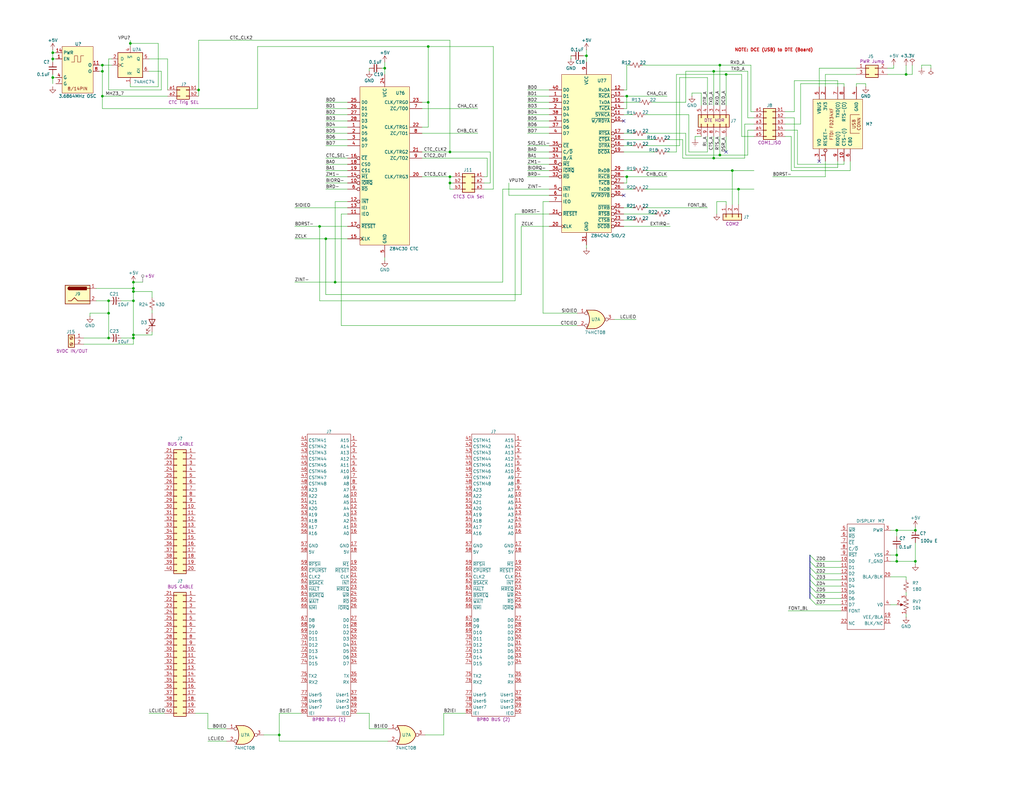
<source format=kicad_sch>
(kicad_sch (version 20250114) (generator "eeschema") (generator_version "9.0")
  (paper "User" 419.1 323.85)
  (title_block (title "CTC, SIO, KBD, SD, Disp, BP80 Bus") (date "2025-10-10") (rev "PR7.4") (company "SilkyDESIGN") (comment 1 "Copyright 2025 AESilky & SMcCown"))
  (lib_symbols
    (symbol "74xx:74HC74" (pin_names (offset 1.016))
      (property "Reference" "U" (at -7.62 8.89 0))
      (property "Value" "74HC74" (at -7.62 -8.89 0))
      (symbol "74HC74_1_0"
        (pin input line (at -7.62 2.54 0) (length 2.54) (name "D") (number "2"))
        (pin input clock (at -7.62 0 0) (length 2.54) (name "C") (number "3"))
        (pin input line (at 0 7.62 270) (length 2.54) (name "~{S}") (number "4"))
        (pin input line (at 0 -7.62 90) (length 2.54) (name "~{R}") (number "1"))
        (pin output line (at 7.62 2.54 180) (length 2.54) (name "Q") (number "5"))
        (pin output line (at 7.62 -2.54 180) (length 2.54) (name "~{Q}") (number "6"))
      )
      (symbol "74HC74_2_0"
        (pin input line (at -7.62 2.54 0) (length 2.54) (name "D") (number "12"))
        (pin input clock (at -7.62 0 0) (length 2.54) (name "C") (number "11"))
        (pin input line (at 0 7.62 270) (length 2.54) (name "~{S}") (number "10"))
        (pin input line (at 0 -7.62 90) (length 2.54) (name "~{R}") (number "13"))
        (pin output line (at 7.62 2.54 180) (length 2.54) (name "Q") (number "9"))
        (pin output line (at 7.62 -2.54 180) (length 2.54) (name "~{Q}") (number "8"))
      )
      (symbol "74HC74_3_0"
        (pin power_in line (at 0 10.16 270) (length 2.54) (name "VCC") (number "14"))
        (pin power_in line (at 0 -10.16 90) (length 2.54) (name "GND") (number "7"))
      )
    )
    (symbol "74xx:74LS08" (pin_names (offset 1.016))
      (property "Reference" "U" (at 0 1.27 0))
      (property "Value" "74LS08" (at 0 -1.27 0))
      (symbol "74LS08_1_1"
        (pin input line (at -7.62 2.54 0) (length 3.81) (name "~") (number "1"))
        (pin input line (at -7.62 -2.54 0) (length 3.81) (name "~") (number "2"))
        (pin output line (at 7.62 0 180) (length 3.81) (name "~") (number "3"))
      )
      (symbol "74LS08_1_2"
        (pin input inverted (at -7.62 2.54 0) (length 4.318) (name "~") (number "1"))
        (pin input inverted (at -7.62 -2.54 0) (length 4.318) (name "~") (number "2"))
        (pin output inverted (at 7.62 0 180) (length 3.81) (name "~") (number "3"))
      )
      (symbol "74LS08_2_1"
        (pin input line (at -7.62 2.54 0) (length 3.81) (name "~") (number "4"))
        (pin input line (at -7.62 -2.54 0) (length 3.81) (name "~") (number "5"))
        (pin output line (at 7.62 0 180) (length 3.81) (name "~") (number "6"))
      )
      (symbol "74LS08_2_2"
        (pin input inverted (at -7.62 2.54 0) (length 4.318) (name "~") (number "4"))
        (pin input inverted (at -7.62 -2.54 0) (length 4.318) (name "~") (number "5"))
        (pin output inverted (at 7.62 0 180) (length 3.81) (name "~") (number "6"))
      )
      (symbol "74LS08_3_1"
        (pin input line (at -7.62 2.54 0) (length 3.81) (name "~") (number "9"))
        (pin input line (at -7.62 -2.54 0) (length 3.81) (name "~") (number "10"))
        (pin output line (at 7.62 0 180) (length 3.81) (name "~") (number "8"))
      )
      (symbol "74LS08_3_2"
        (pin input inverted (at -7.62 2.54 0) (length 4.318) (name "~") (number "9"))
        (pin input inverted (at -7.62 -2.54 0) (length 4.318) (name "~") (number "10"))
        (pin output inverted (at 7.62 0 180) (length 3.81) (name "~") (number "8"))
      )
      (symbol "74LS08_4_1"
        (pin input line (at -7.62 2.54 0) (length 3.81) (name "~") (number "12"))
        (pin input line (at -7.62 -2.54 0) (length 3.81) (name "~") (number "13"))
        (pin output line (at 7.62 0 180) (length 3.81) (name "~") (number "11"))
      )
      (symbol "74LS08_4_2"
        (pin input inverted (at -7.62 2.54 0) (length 4.318) (name "~") (number "12"))
        (pin input inverted (at -7.62 -2.54 0) (length 4.318) (name "~") (number "13"))
        (pin output inverted (at 7.62 0 180) (length 3.81) (name "~") (number "11"))
      )
      (symbol "74LS08_5_0"
        (pin power_in line (at 0 12.7 270) (length 5.08) (name "VCC") (number "14"))
        (pin power_in line (at 0 -12.7 90) (length 5.08) (name "GND") (number "7"))
      )
    )
    (symbol "AES_Library:7404-AES"
      (property "Reference" "U" (at -2.286 -0.254 0))
      (property "Value" "7404" (at -1.016 -3.302 0))
      (symbol "7404-AES_1_1"
        (pin input line (at -6.35 0 0) (length 2.54) (name "~") (number "1"))
        (pin output inverted (at 6.35 0 180) (length 2.54) (name "~") (number "2"))
      )
      (symbol "7404-AES_1_2"
        (pin input inverted (at -6.35 0 0) (length 2.54) (name "~") (number "1"))
        (pin output line (at 6.35 0 180) (length 2.54) (name "~") (number "2"))
      )
      (symbol "7404-AES_2_1"
        (pin input line (at -6.35 0 0) (length 2.54) (name "~") (number "3"))
        (pin output inverted (at 6.35 0 180) (length 2.54) (name "~") (number "4"))
      )
      (symbol "7404-AES_2_2"
        (pin input inverted (at -6.35 0 0) (length 2.54) (name "~") (number "3"))
        (pin output line (at 6.35 0 180) (length 2.54) (name "~") (number "4"))
      )
      (symbol "7404-AES_3_1"
        (pin input line (at -6.35 0 0) (length 2.54) (name "~") (number "5"))
        (pin output inverted (at 6.35 0 180) (length 2.54) (name "~") (number "6"))
      )
      (symbol "7404-AES_3_2"
        (pin input inverted (at -6.35 0 0) (length 2.54) (name "~") (number "5"))
        (pin output line (at 6.35 0 180) (length 2.54) (name "~") (number "6"))
      )
      (symbol "7404-AES_4_1"
        (pin input line (at -6.35 0 0) (length 2.54) (name "~") (number "9"))
        (pin output inverted (at 6.35 0 180) (length 2.54) (name "~") (number "8"))
      )
      (symbol "7404-AES_4_2"
        (pin input inverted (at -6.35 0 0) (length 2.54) (name "~") (number "9"))
        (pin output line (at 6.35 0 180) (length 2.54) (name "~") (number "8"))
      )
      (symbol "7404-AES_5_1"
        (pin input line (at -6.35 0 0) (length 2.54) (name "~") (number "11"))
        (pin output inverted (at 6.35 0 180) (length 2.54) (name "~") (number "10"))
      )
      (symbol "7404-AES_5_2"
        (pin input inverted (at -6.35 0 0) (length 2.54) (name "~") (number "11"))
        (pin output line (at 6.35 0 180) (length 2.54) (name "~") (number "10"))
      )
      (symbol "7404-AES_6_1"
        (pin input line (at -6.35 0 0) (length 2.54) (name "~") (number "13"))
        (pin output inverted (at 6.35 0 180) (length 2.54) (name "~") (number "12"))
      )
      (symbol "7404-AES_6_2"
        (pin input inverted (at -6.35 0 0) (length 2.54) (name "~") (number "13"))
        (pin output line (at 6.35 0 180) (length 2.54) (name "~") (number "12"))
      )
      (symbol "7404-AES_7_0"
        (pin power_in line (at 0 12.7 270) (length 5.08) (name "VCC") (number "14"))
        (pin power_in line (at 0 -12.7 90) (length 5.08) (name "GND") (number "7"))
      )
    )
    (symbol "AES_Library:AES-FTDI_FT234XF_USB_UART_Module" (pin_names (offset 1.016))
      (property "Reference" "U" (at 0 27.94 0))
      (symbol "AES-FTDI_FT234XF_USB_UART_Module_1_0"
        (text "FTDI FD234XF" (at 0 19.05 0) (effects (font (size 1.27 1.27))))
      )
      (symbol "AES-FTDI_FT234XF_USB_UART_Module_1_1"
        (text "USB\nCONN" (at 0 8.89 0) (effects (font (size 1.27 1.27))))
        (pin power_in line (at -15.24 24.13 0) (length 5.08) (name "VIO") (number "3"))
        (pin input inverted (at -15.24 21.59 0) (length 5.08) (name "RESET-") (number "1"))
        (pin input line (at -15.24 16.51 0) (length 5.08) (name "RXD(I)") (number "9"))
        (pin input line (at -15.24 13.97 0) (length 5.08) (name "CTS-(I)") (number "10"))
        (pin bidirectional line (at -15.24 11.43 0) (length 5.08) (name "CB0") (number "6"))
        (pin power_out line (at 15.24 24.13 180) (length 5.08) (name "VBUS") (number "5"))
        (pin power_out line (at 15.24 21.59 180) (length 5.08) (name "3V3") (number "2"))
        (pin output line (at 15.24 16.51 180) (length 5.08) (name "TXD(O)") (number "7"))
        (pin output line (at 15.24 13.97 180) (length 5.08) (name "RTS-(O)") (number "8"))
        (pin power_in line (at 15.24 8.89 180) (length 5.08) (name "GND") (number "4"))
      )
    )
    (symbol "AES_Library:BARREL_JACK-AES" (pin_names (hide yes))
      (property "Reference" "J" (at -0.508 0 0))
      (symbol "BARREL_JACK-AES_1_1"
        (pin power_out line (at 7.62 2.54 180) (length 2.54) (name "~") (number "1"))
        (pin power_out line (at 7.62 -2.54 180) (length 2.54) (name "~") (number "2"))
      )
    )
    (symbol "AES_Library:DTE_HDR-AES" (pin_names (offset 1.016) (hide yes))
      (property "Reference" "J" (at 1.27 7.62 0))
      (property "Value" "DTE_HDR-AES" (at 1.27 -7.62 0))
      (symbol "DTE_HDR-AES_1_1"
        (pin output line (at -5.08 5.08 0) (length 3.81) (name "DCD") (number "1"))
        (pin output line (at -5.08 2.54 0) (length 3.81) (name "RXD") (number "2"))
        (pin input line (at -5.08 0 0) (length 3.81) (name "TXD") (number "3"))
        (pin input line (at -5.08 -2.54 0) (length 3.81) (name "DTR") (number "4"))
        (pin power_in line (at -5.08 -5.08 0) (length 3.81) (name "GND") (number "5"))
        (pin output line (at 7.62 5.08 180) (length 3.81) (name "DSR") (number "6"))
        (pin input line (at 7.62 2.54 180) (length 3.81) (name "RTS") (number "7"))
        (pin output line (at 7.62 0 180) (length 3.81) (name "CTS") (number "8"))
        (pin output line (at 7.62 -2.54 180) (length 3.81) (name "RI") (number "9"))
        (pin power_in line (at 7.62 -5.08 180) (length 3.81) (name "CHGND") (number "10"))
      )
    )
    (symbol "AES_Library:Display_ERMC240128-2_OLED-AES"
      (property "Reference" "M" (at 0 22.606 0))
      (property "Value" "DISPLAY" (at 0.254 -23.114 0))
      (symbol "Display_ERMC240128-2_OLED-AES_1_1"
        (pin input line (at -10.16 19.05 0) (length 2.54) (name "~{WR}") (number "5"))
        (pin input line (at -10.16 16.51 0) (length 2.54) (name "~{RD}") (number "6"))
        (pin input line (at -10.16 13.97 0) (length 2.54) (name "~{CE}") (number "7"))
        (pin input line (at -10.16 11.43 0) (length 2.54) (name "C/~{D}") (number "8"))
        (pin input line (at -10.16 8.89 0) (length 2.54) (name "~{RST}") (number "9"))
        (pin input line (at -10.16 6.35 0) (length 2.54) (name "D0") (number "10"))
        (pin input line (at -10.16 3.81 0) (length 2.54) (name "D1") (number "11"))
        (pin input line (at -10.16 1.27 0) (length 2.54) (name "D2") (number "12"))
        (pin input line (at -10.16 -1.27 0) (length 2.54) (name "D3") (number "13"))
        (pin input line (at -10.16 -3.81 0) (length 2.54) (name "D4") (number "14"))
        (pin input line (at -10.16 -6.35 0) (length 2.54) (name "D5") (number "15"))
        (pin input line (at -10.16 -8.89 0) (length 2.54) (name "D6") (number "16"))
        (pin input line (at -10.16 -11.43 0) (length 2.54) (name "D7") (number "17"))
        (pin input line (at -10.16 -13.97 0) (length 2.54) (name "FONT") (number "18"))
        (pin free line (at -10.16 -19.05 0) (length 2.54) (name "NC") (number "22"))
        (pin power_in line (at 10.16 19.05 180) (length 2.54) (name "PWR") (number "3"))
        (pin power_in line (at 10.16 8.89 180) (length 2.54) (name "VSS") (number "2"))
        (pin power_in line (at 10.16 6.35 180) (length 2.54) (name "F_GND") (number "1"))
        (pin power_in line (at 10.16 0 180) (length 2.54) (name "BLA/BLK") (number "20"))
        (pin power_in line (at 10.16 -11.43 180) (length 2.54) (name "V0") (number "4"))
        (pin power_out line (at 10.16 -16.51 180) (length 2.54) (name "VEE/BLA") (number "19"))
        (pin power_in line (at 10.16 -19.05 180) (length 2.54) (name "BLK/NC") (number "21"))
      )
    )
    (symbol "AES_Library:OSC-8_14CAN-AES"
      (property "Reference" "U" (at 0 7.112 0))
      (symbol "OSC-8_14CAN-AES_1_1"
        (text "8/14PIN" (at 0 -8.382 0) (effects (font (size 1.27 1.27))))
        (pin power_in line (at -8.89 6.35 0) (length 2.54) (name "PWR") (number "14"))
        (pin input line (at -8.89 3.81 0) (length 2.54) (name "EN") (number "1"))
        (pin power_in line (at -8.89 -3.81 0) (length 2.54) (name "G") (number "4"))
        (pin power_in line (at -8.89 -6.35 0) (length 2.54) (name "G") (number "7"))
        (pin output line (at 8.89 1.27 180) (length 2.54) (name "O") (number "11"))
        (pin output line (at 8.89 -1.27 180) (length 2.54) (name "O") (number "8"))
      )
    )
    (symbol "AES_Library:RC2014_BUS_BP80-AES"
      (property "Reference" "J" (at 0 0 0))
      (symbol "RC2014_BUS_BP80-AES_1_0"
        (pin unspecified line (at -11.43 54.61 0) (length 2.54) (name "CSTM41") (number "41"))
        (pin unspecified line (at -11.43 52.07 0) (length 2.54) (name "CSTM42") (number "42"))
        (pin unspecified line (at -11.43 49.53 0) (length 2.54) (name "CSTM43") (number "43"))
        (pin unspecified line (at -11.43 46.99 0) (length 2.54) (name "CSTM44") (number "44"))
        (pin unspecified line (at -11.43 44.45 0) (length 2.54) (name "CSTM45") (number "45"))
        (pin unspecified line (at -11.43 41.91 0) (length 2.54) (name "CSTM46") (number "46"))
        (pin unspecified line (at -11.43 39.37 0) (length 2.54) (name "CSTM47") (number "47"))
        (pin unspecified line (at -11.43 36.83 0) (length 2.54) (name "CSTM48") (number "48"))
      )
      (symbol "RC2014_BUS_BP80-AES_1_1"
        (pin tri_state line (at -11.43 34.29 0) (length 2.54) (name "A23") (number "49"))
        (pin tri_state line (at -11.43 31.75 0) (length 2.54) (name "A22") (number "50"))
        (pin tri_state line (at -11.43 29.21 0) (length 2.54) (name "A21") (number "51"))
        (pin tri_state line (at -11.43 26.67 0) (length 2.54) (name "A20") (number "52"))
        (pin tri_state line (at -11.43 24.13 0) (length 2.54) (name "A19") (number "53"))
        (pin tri_state line (at -11.43 21.59 0) (length 2.54) (name "A18") (number "54"))
        (pin tri_state line (at -11.43 19.05 0) (length 2.54) (name "A17") (number "55"))
        (pin tri_state line (at -11.43 16.51 0) (length 2.54) (name "A16") (number "56"))
        (pin power_in line (at -11.43 11.43 0) (length 2.54) (name "GND") (number "57"))
        (pin power_in line (at -11.43 8.89 0) (length 2.54) (name "5V") (number "58"))
        (pin bidirectional line (at -11.43 3.81 0) (length 2.54) (name "~{RFSH}") (number "59"))
        (pin open_collector line (at -11.43 1.27 0) (length 2.54) (name "~{CPURST}") (number "60"))
        (pin bidirectional line (at -11.43 -1.27 0) (length 2.54) (name "CLK2") (number "61"))
        (pin bidirectional line (at -11.43 -3.81 0) (length 2.54) (name "~{BSACK}") (number "62"))
        (pin bidirectional line (at -11.43 -6.35 0) (length 2.54) (name "~{HALT}") (number "63"))
        (pin bidirectional line (at -11.43 -8.89 0) (length 2.54) (name "~{BSREQ}") (number "64"))
        (pin open_collector line (at -11.43 -11.43 0) (length 2.54) (name "~{WAIT}") (number "65"))
        (pin open_collector line (at -11.43 -13.97 0) (length 2.54) (name "~{NMI}") (number "66"))
        (pin tri_state line (at -11.43 -19.05 0) (length 2.54) (name "D8") (number "67"))
        (pin tri_state line (at -11.43 -21.59 0) (length 2.54) (name "D9") (number "68"))
        (pin tri_state line (at -11.43 -24.13 0) (length 2.54) (name "D10") (number "69"))
        (pin tri_state line (at -11.43 -26.67 0) (length 2.54) (name "D11") (number "70"))
        (pin tri_state line (at -11.43 -29.21 0) (length 2.54) (name "D12") (number "71"))
        (pin tri_state line (at -11.43 -31.75 0) (length 2.54) (name "D13") (number "72"))
        (pin tri_state line (at -11.43 -34.29 0) (length 2.54) (name "D14") (number "73"))
        (pin tri_state line (at -11.43 -36.83 0) (length 2.54) (name "D15") (number "74"))
        (pin bidirectional line (at -11.43 -41.91 0) (length 2.54) (name "TX2") (number "75"))
        (pin bidirectional line (at -11.43 -44.45 0) (length 2.54) (name "RX2") (number "76"))
        (pin free line (at -11.43 -49.53 0) (length 2.54) (name "User5") (number "77"))
        (pin free line (at -11.43 -52.07 0) (length 2.54) (name "User6") (number "78"))
        (pin free line (at -11.43 -54.61 0) (length 2.54) (name "User7") (number "79"))
        (pin input line (at -11.43 -57.15 0) (length 2.54) (name "IEI") (number "80"))
        (pin tri_state line (at 11.43 54.61 180) (length 2.54) (name "A15") (number "1"))
        (pin tri_state line (at 11.43 52.07 180) (length 2.54) (name "A14") (number "2"))
        (pin tri_state line (at 11.43 49.53 180) (length 2.54) (name "A13") (number "3"))
        (pin tri_state line (at 11.43 46.99 180) (length 2.54) (name "A12") (number "4"))
        (pin tri_state line (at 11.43 44.45 180) (length 2.54) (name "A11") (number "5"))
        (pin tri_state line (at 11.43 41.91 180) (length 2.54) (name "A10") (number "6"))
        (pin tri_state line (at 11.43 39.37 180) (length 2.54) (name "A9") (number "7"))
        (pin tri_state line (at 11.43 36.83 180) (length 2.54) (name "A8") (number "8"))
        (pin tri_state line (at 11.43 34.29 180) (length 2.54) (name "A7") (number "9"))
        (pin tri_state line (at 11.43 31.75 180) (length 2.54) (name "A6") (number "10"))
        (pin tri_state line (at 11.43 29.21 180) (length 2.54) (name "A5") (number "11"))
        (pin tri_state line (at 11.43 26.67 180) (length 2.54) (name "A4") (number "12"))
        (pin tri_state line (at 11.43 24.13 180) (length 2.54) (name "A3") (number "13"))
        (pin tri_state line (at 11.43 21.59 180) (length 2.54) (name "A2") (number "14"))
        (pin tri_state line (at 11.43 19.05 180) (length 2.54) (name "A1") (number "15"))
        (pin tri_state line (at 11.43 16.51 180) (length 2.54) (name "A0") (number "16"))
        (pin power_in line (at 11.43 11.43 180) (length 2.54) (name "GND") (number "17"))
        (pin power_in line (at 11.43 8.89 180) (length 2.54) (name "5V") (number "18"))
        (pin bidirectional line (at 11.43 3.81 180) (length 2.54) (name "~{M1}") (number "19"))
        (pin open_collector line (at 11.43 1.27 180) (length 2.54) (name "~{RESET}") (number "20"))
        (pin bidirectional line (at 11.43 -1.27 180) (length 2.54) (name "CLK") (number "21"))
        (pin open_collector line (at 11.43 -3.81 180) (length 2.54) (name "~{INT}") (number "22"))
        (pin tri_state line (at 11.43 -6.35 180) (length 2.54) (name "~{MREQ}") (number "23"))
        (pin tri_state line (at 11.43 -8.89 180) (length 2.54) (name "~{WR}") (number "24"))
        (pin tri_state line (at 11.43 -11.43 180) (length 2.54) (name "~{RD}") (number "25"))
        (pin tri_state line (at 11.43 -13.97 180) (length 2.54) (name "~{IORQ}") (number "26"))
        (pin tri_state line (at 11.43 -19.05 180) (length 2.54) (name "D0") (number "27"))
        (pin tri_state line (at 11.43 -21.59 180) (length 2.54) (name "D1") (number "28"))
        (pin tri_state line (at 11.43 -24.13 180) (length 2.54) (name "D2") (number "29"))
        (pin tri_state line (at 11.43 -26.67 180) (length 2.54) (name "D3") (number "30"))
        (pin tri_state line (at 11.43 -29.21 180) (length 2.54) (name "D4") (number "31"))
        (pin tri_state line (at 11.43 -31.75 180) (length 2.54) (name "D5") (number "32"))
        (pin tri_state line (at 11.43 -34.29 180) (length 2.54) (name "D6") (number "33"))
        (pin tri_state line (at 11.43 -36.83 180) (length 2.54) (name "D7") (number "34"))
        (pin bidirectional line (at 11.43 -41.91 180) (length 2.54) (name "TX") (number "35"))
        (pin bidirectional line (at 11.43 -44.45 180) (length 2.54) (name "RX") (number "36"))
        (pin free line (at 11.43 -49.53 180) (length 2.54) (name "User1") (number "37"))
        (pin free line (at 11.43 -52.07 180) (length 2.54) (name "User2") (number "38"))
        (pin free line (at 11.43 -54.61 180) (length 2.54) (name "User3") (number "39"))
        (pin output line (at 11.43 -57.15 180) (length 2.54) (name "IEO") (number "40"))
      )
    )
    (symbol "AES_Library:R_PWRSRC_sm-AES" (pin_numbers (hide yes)) (pin_names (offset 0.254) (hide yes))
      (property "Reference" "R" (at 0.762 0.508 0))
      (property "Value" "R_PWRSRC_sm-AES" (at 0.762 -1.016 0))
      (symbol "R_PWRSRC_sm-AES_1_1"
        (pin power_in line (at 0 2.54 270) (length 1.016) (name "~") (number "1"))
        (pin power_out line (at 0 -2.54 90) (length 1.016) (name "~") (number "2"))
      )
    )
    (symbol "AES_Library:Z84C30CTC-AES"
      (property "Reference" "U" (at 0 0 0))
      (symbol "Z84C30CTC-AES_1_1"
        (pin bidirectional line (at -15.24 22.86 0) (length 5.08) (name "D0") (number "25"))
        (pin bidirectional line (at -15.24 20.32 0) (length 5.08) (name "D1") (number "26"))
        (pin bidirectional line (at -15.24 17.78 0) (length 5.08) (name "D2") (number "27"))
        (pin bidirectional line (at -15.24 15.24 0) (length 5.08) (name "D3") (number "28"))
        (pin bidirectional line (at -15.24 12.7 0) (length 5.08) (name "D4") (number "1"))
        (pin bidirectional line (at -15.24 10.16 0) (length 5.08) (name "D5") (number "2"))
        (pin bidirectional line (at -15.24 7.62 0) (length 5.08) (name "D6") (number "3"))
        (pin bidirectional line (at -15.24 5.08 0) (length 5.08) (name "D7") (number "4"))
        (pin input inverted (at -15.24 0 0) (length 5.08) (name "~{CE}") (number "16"))
        (pin input line (at -15.24 -2.54 0) (length 5.08) (name "CS0") (number "18"))
        (pin input line (at -15.24 -5.08 0) (length 5.08) (name "CS1") (number "19"))
        (pin input inverted (at -15.24 -7.62 0) (length 5.08) (name "~{M1}") (number "14"))
        (pin input inverted (at -15.24 -10.16 0) (length 5.08) (name "~{IORQ}") (number "10"))
        (pin input inverted (at -15.24 -12.7 0) (length 5.08) (name "~{RD}") (number "6"))
        (pin open_collector inverted (at -15.24 -17.78 0) (length 5.08) (name "~{INT}") (number "12"))
        (pin input line (at -15.24 -20.32 0) (length 5.08) (name "IEI") (number "13"))
        (pin output line (at -15.24 -22.86 0) (length 5.08) (name "IEO") (number "11"))
        (pin input inverted (at -15.24 -27.94 0) (length 5.08) (name "~{RESET}") (number "17"))
        (pin input clock (at -15.24 -33.02 0) (length 5.08) (name "CLK") (number "15"))
        (pin power_in line (at 0 34.29 270) (length 5.08) (name "VCC") (number "24"))
        (pin power_in line (at 0 -40.64 90) (length 5.08) (name "GND") (number "5"))
        (pin input line (at 15.24 22.86 180) (length 5.08) (name "CLK/TRG0") (number "23"))
        (pin output line (at 15.24 20.32 180) (length 5.08) (name "ZC/TO0") (number "7"))
        (pin input line (at 15.24 12.7 180) (length 5.08) (name "CLK/TRG1") (number "22"))
        (pin output line (at 15.24 10.16 180) (length 5.08) (name "ZC/TO1") (number "8"))
        (pin input line (at 15.24 2.54 180) (length 5.08) (name "CLK/TRG2") (number "21"))
        (pin output line (at 15.24 0 180) (length 5.08) (name "ZC/TO2") (number "9"))
        (pin input line (at 15.24 -7.62 180) (length 5.08) (name "CLK/TRG3") (number "20"))
      )
    )
    (symbol "AES_Library:Z84C42SIO2-AES"
      (property "Reference" "U" (at 0 0 0))
      (symbol "Z84C42SIO2-AES_1_1"
        (pin bidirectional line (at -15.24 27.94 0) (length 5.08) (name "D0") (number "40"))
        (pin bidirectional line (at -15.24 25.4 0) (length 5.08) (name "D1") (number "1"))
        (pin bidirectional line (at -15.24 22.86 0) (length 5.08) (name "D2") (number "39"))
        (pin bidirectional line (at -15.24 20.32 0) (length 5.08) (name "D3") (number "2"))
        (pin bidirectional line (at -15.24 17.78 0) (length 5.08) (name "D4") (number "38"))
        (pin bidirectional line (at -15.24 15.24 0) (length 5.08) (name "D5") (number "3"))
        (pin bidirectional line (at -15.24 12.7 0) (length 5.08) (name "D6") (number "37"))
        (pin bidirectional line (at -15.24 10.16 0) (length 5.08) (name "D7") (number "4"))
        (pin input inverted (at -15.24 5.08 0) (length 5.08) (name "~{CE}") (number "35"))
        (pin input line (at -15.24 2.54 0) (length 5.08) (name "C/~{D}") (number "33"))
        (pin input line (at -15.24 0 0) (length 5.08) (name "B/~{A}") (number "34"))
        (pin input inverted (at -15.24 -2.54 0) (length 5.08) (name "~{M1}") (number "8"))
        (pin input inverted (at -15.24 -5.08 0) (length 5.08) (name "~{IORQ}") (number "36"))
        (pin input inverted (at -15.24 -7.62 0) (length 5.08) (name "~{RD}") (number "32"))
        (pin open_collector inverted (at -15.24 -12.7 0) (length 5.08) (name "~{INT}") (number "5"))
        (pin input line (at -15.24 -15.24 0) (length 5.08) (name "IEI") (number "6"))
        (pin output line (at -15.24 -17.78 0) (length 5.08) (name "IEO") (number "7"))
        (pin input inverted (at -15.24 -22.86 0) (length 5.08) (name "~{RESET}") (number "21"))
        (pin input clock (at -15.24 -27.94 0) (length 5.08) (name "CLK") (number "20"))
        (pin power_in line (at 0 39.37 270) (length 5.08) (name "VCC") (number "9"))
        (pin power_in line (at 0 -35.56 90) (length 5.08) (name "GND") (number "31"))
        (pin input line (at 15.24 27.94 180) (length 5.08) (name "RxDA") (number "12"))
        (pin input inverted (at 15.24 25.4 180) (length 5.08) (name "~{RxCA}") (number "13"))
        (pin output line (at 15.24 22.86 180) (length 5.08) (name "TxDA") (number "15"))
        (pin input inverted (at 15.24 20.32 180) (length 5.08) (name "~{TxCA}") (number "14"))
        (pin output inverted (at 15.24 17.78 180) (length 5.08) (name "~{SYNCA}") (number "11"))
        (pin output inverted (at 15.24 15.24 180) (length 5.08) (name "~{W/RDYA}") (number "10"))
        (pin output inverted (at 15.24 10.16 180) (length 5.08) (name "~{RTSA}") (number "17"))
        (pin input inverted (at 15.24 7.62 180) (length 5.08) (name "~{CTSA}") (number "18"))
        (pin output inverted (at 15.24 5.08 180) (length 5.08) (name "~{DTRA}") (number "16"))
        (pin input inverted (at 15.24 2.54 180) (length 5.08) (name "~{DCDA}") (number "19"))
        (pin input line (at 15.24 -5.08 180) (length 5.08) (name "RxDB") (number "29"))
        (pin input inverted (at 15.24 -7.62 180) (length 5.08) (name "~{RxCB}") (number "28"))
        (pin input inverted (at 15.24 -10.16 180) (length 5.08) (name "~{TxCB}") (number "27"))
        (pin output line (at 15.24 -12.7 180) (length 5.08) (name "TxDB") (number "26"))
        (pin output inverted (at 15.24 -15.24 180) (length 5.08) (name "~{W/RDYB}") (number "30"))
        (pin output inverted (at 15.24 -20.32 180) (length 5.08) (name "~{DTRB}") (number "25"))
        (pin output inverted (at 15.24 -22.86 180) (length 5.08) (name "~{RTSB}") (number "24"))
        (pin input inverted (at 15.24 -25.4 180) (length 5.08) (name "~{CTSB}") (number "23"))
        (pin input inverted (at 15.24 -27.94 180) (length 5.08) (name "~{DCDB}") (number "22"))
      )
    )
    (symbol "Connector:Screw_Terminal_01x02" (pin_names (offset 1.016) (hide yes))
      (property "Reference" "J" (at 0 2.54 0))
      (property "Value" "Screw_Terminal_01x02" (at 0 -5.08 0))
      (symbol "Screw_Terminal_01x02_1_1"
        (pin passive line (at -5.08 0 0) (length 3.81) (name "Pin_1") (number "1"))
        (pin passive line (at -5.08 -2.54 0) (length 3.81) (name "Pin_2") (number "2"))
      )
    )
    (symbol "Connector_Generic:Conn_01x03" (pin_names (offset 1.016) (hide yes))
      (property "Reference" "J" (at 0 5.08 0))
      (property "Value" "Conn_01x03" (at 0 -5.08 0))
      (symbol "Conn_01x03_1_1"
        (pin passive line (at -5.08 2.54 0) (length 3.81) (name "Pin_1") (number "1"))
        (pin passive line (at -5.08 0 0) (length 3.81) (name "Pin_2") (number "2"))
        (pin passive line (at -5.08 -2.54 0) (length 3.81) (name "Pin_3") (number "3"))
      )
    )
    (symbol "Connector_Generic:Conn_02x02_Odd_Even" (pin_names (offset 1.016) (hide yes))
      (property "Reference" "J" (at 1.27 2.54 0))
      (property "Value" "Conn_02x02_Odd_Even" (at 1.27 -5.08 0))
      (symbol "Conn_02x02_Odd_Even_1_1"
        (pin passive line (at -5.08 0 0) (length 3.81) (name "Pin_1") (number "1"))
        (pin passive line (at -5.08 -2.54 0) (length 3.81) (name "Pin_3") (number "3"))
        (pin passive line (at 7.62 0 180) (length 3.81) (name "Pin_2") (number "2"))
        (pin passive line (at 7.62 -2.54 180) (length 3.81) (name "Pin_4") (number "4"))
      )
    )
    (symbol "Connector_Generic:Conn_02x02_Row_Letter_First" (pin_names (offset 1.016) (hide yes))
      (property "Reference" "J" (at 1.27 2.54 0))
      (property "Value" "Conn_02x02_Row_Letter_First" (at 1.27 -5.08 0))
      (symbol "Conn_02x02_Row_Letter_First_1_1"
        (pin passive line (at -5.08 0 0) (length 3.81) (name "Pin_a1") (number "a1"))
        (pin passive line (at -5.08 -2.54 0) (length 3.81) (name "Pin_a2") (number "a2"))
        (pin passive line (at 7.62 0 180) (length 3.81) (name "Pin_b1") (number "b1"))
        (pin passive line (at 7.62 -2.54 180) (length 3.81) (name "Pin_b2") (number "b2"))
      )
    )
    (symbol "Connector_Generic:Conn_02x03_Row_Letter_First" (pin_names (offset 1.016) (hide yes))
      (property "Reference" "J" (at 1.27 5.08 0))
      (property "Value" "Conn_02x03_Row_Letter_First" (at 1.27 -5.08 0))
      (symbol "Conn_02x03_Row_Letter_First_1_1"
        (pin passive line (at -5.08 2.54 0) (length 3.81) (name "Pin_a1") (number "a1"))
        (pin passive line (at -5.08 0 0) (length 3.81) (name "Pin_a2") (number "a2"))
        (pin passive line (at -5.08 -2.54 0) (length 3.81) (name "Pin_a3") (number "a3"))
        (pin passive line (at 7.62 2.54 180) (length 3.81) (name "Pin_b1") (number "b1"))
        (pin passive line (at 7.62 0 180) (length 3.81) (name "Pin_b2") (number "b2"))
        (pin passive line (at 7.62 -2.54 180) (length 3.81) (name "Pin_b3") (number "b3"))
      )
    )
    (symbol "Connector_Generic:Conn_02x05_Row_Letter_First" (pin_names (offset 1.016) (hide yes))
      (property "Reference" "J" (at 1.27 7.62 0))
      (property "Value" "Conn_02x05_Row_Letter_First" (at 1.27 -7.62 0))
      (symbol "Conn_02x05_Row_Letter_First_1_1"
        (pin passive line (at -5.08 5.08 0) (length 3.81) (name "Pin_a1") (number "a1"))
        (pin passive line (at -5.08 2.54 0) (length 3.81) (name "Pin_a2") (number "a2"))
        (pin passive line (at -5.08 0 0) (length 3.81) (name "Pin_a3") (number "a3"))
        (pin passive line (at -5.08 -2.54 0) (length 3.81) (name "Pin_a4") (number "a4"))
        (pin passive line (at -5.08 -5.08 0) (length 3.81) (name "Pin_a5") (number "a5"))
        (pin passive line (at 7.62 5.08 180) (length 3.81) (name "Pin_b1") (number "b1"))
        (pin passive line (at 7.62 2.54 180) (length 3.81) (name "Pin_b2") (number "b2"))
        (pin passive line (at 7.62 0 180) (length 3.81) (name "Pin_b3") (number "b3"))
        (pin passive line (at 7.62 -2.54 180) (length 3.81) (name "Pin_b4") (number "b4"))
        (pin passive line (at 7.62 -5.08 180) (length 3.81) (name "Pin_b5") (number "b5"))
      )
    )
    (symbol "Connector_Generic:Conn_02x20_Top_Bottom" (pin_names (offset 1.016) (hide yes))
      (property "Reference" "J" (at 1.27 25.4 0))
      (property "Value" "Conn_02x20_Top_Bottom" (at 1.27 -27.94 0))
      (symbol "Conn_02x20_Top_Bottom_1_1"
        (pin passive line (at -5.08 22.86 0) (length 3.81) (name "Pin_1") (number "1"))
        (pin passive line (at -5.08 20.32 0) (length 3.81) (name "Pin_2") (number "2"))
        (pin passive line (at -5.08 17.78 0) (length 3.81) (name "Pin_3") (number "3"))
        (pin passive line (at -5.08 15.24 0) (length 3.81) (name "Pin_4") (number "4"))
        (pin passive line (at -5.08 12.7 0) (length 3.81) (name "Pin_5") (number "5"))
        (pin passive line (at -5.08 10.16 0) (length 3.81) (name "Pin_6") (number "6"))
        (pin passive line (at -5.08 7.62 0) (length 3.81) (name "Pin_7") (number "7"))
        (pin passive line (at -5.08 5.08 0) (length 3.81) (name "Pin_8") (number "8"))
        (pin passive line (at -5.08 2.54 0) (length 3.81) (name "Pin_9") (number "9"))
        (pin passive line (at -5.08 0 0) (length 3.81) (name "Pin_10") (number "10"))
        (pin passive line (at -5.08 -2.54 0) (length 3.81) (name "Pin_11") (number "11"))
        (pin passive line (at -5.08 -5.08 0) (length 3.81) (name "Pin_12") (number "12"))
        (pin passive line (at -5.08 -7.62 0) (length 3.81) (name "Pin_13") (number "13"))
        (pin passive line (at -5.08 -10.16 0) (length 3.81) (name "Pin_14") (number "14"))
        (pin passive line (at -5.08 -12.7 0) (length 3.81) (name "Pin_15") (number "15"))
        (pin passive line (at -5.08 -15.24 0) (length 3.81) (name "Pin_16") (number "16"))
        (pin passive line (at -5.08 -17.78 0) (length 3.81) (name "Pin_17") (number "17"))
        (pin passive line (at -5.08 -20.32 0) (length 3.81) (name "Pin_18") (number "18"))
        (pin passive line (at -5.08 -22.86 0) (length 3.81) (name "Pin_19") (number "19"))
        (pin passive line (at -5.08 -25.4 0) (length 3.81) (name "Pin_20") (number "20"))
        (pin passive line (at 7.62 22.86 180) (length 3.81) (name "Pin_21") (number "21"))
        (pin passive line (at 7.62 20.32 180) (length 3.81) (name "Pin_22") (number "22"))
        (pin passive line (at 7.62 17.78 180) (length 3.81) (name "Pin_23") (number "23"))
        (pin passive line (at 7.62 15.24 180) (length 3.81) (name "Pin_24") (number "24"))
        (pin passive line (at 7.62 12.7 180) (length 3.81) (name "Pin_25") (number "25"))
        (pin passive line (at 7.62 10.16 180) (length 3.81) (name "Pin_26") (number "26"))
        (pin passive line (at 7.62 7.62 180) (length 3.81) (name "Pin_27") (number "27"))
        (pin passive line (at 7.62 5.08 180) (length 3.81) (name "Pin_28") (number "28"))
        (pin passive line (at 7.62 2.54 180) (length 3.81) (name "Pin_29") (number "29"))
        (pin passive line (at 7.62 0 180) (length 3.81) (name "Pin_30") (number "30"))
        (pin passive line (at 7.62 -2.54 180) (length 3.81) (name "Pin_31") (number "31"))
        (pin passive line (at 7.62 -5.08 180) (length 3.81) (name "Pin_32") (number "32"))
        (pin passive line (at 7.62 -7.62 180) (length 3.81) (name "Pin_33") (number "33"))
        (pin passive line (at 7.62 -10.16 180) (length 3.81) (name "Pin_34") (number "34"))
        (pin passive line (at 7.62 -12.7 180) (length 3.81) (name "Pin_35") (number "35"))
        (pin passive line (at 7.62 -15.24 180) (length 3.81) (name "Pin_36") (number "36"))
        (pin passive line (at 7.62 -17.78 180) (length 3.81) (name "Pin_37") (number "37"))
        (pin passive line (at 7.62 -20.32 180) (length 3.81) (name "Pin_38") (number "38"))
        (pin passive line (at 7.62 -22.86 180) (length 3.81) (name "Pin_39") (number "39"))
        (pin passive line (at 7.62 -25.4 180) (length 3.81) (name "Pin_40") (number "40"))
      )
    )
    (symbol "Device:C_Polarized_Small_US" (pin_numbers (hide yes)) (pin_names (offset 0.254) (hide yes))
      (property "Reference" "C" (at 0.254 1.778 0))
      (property "Value" "C_Polarized_Small_US" (at 0.254 -2.032 0))
      (symbol "C_Polarized_Small_US_1_1"
        (pin passive line (at 0 2.54 270) (length 2.032) (name "~") (number "1"))
        (pin passive line (at 0 -2.54 90) (length 2.032) (name "~") (number "2"))
      )
    )
    (symbol "Device:C_Small" (pin_numbers (hide yes)) (pin_names (offset 0.254) (hide yes))
      (property "Reference" "C" (at 0.254 1.778 0))
      (property "Value" "C_Small" (at 0.254 -2.032 0))
      (symbol "C_Small_1_1"
        (pin passive line (at 0 2.54 270) (length 2.032) (name "~") (number "1"))
        (pin passive line (at 0 -2.54 90) (length 2.032) (name "~") (number "2"))
      )
    )
    (symbol "Device:LED" (pin_numbers (hide yes)) (pin_names (offset 1.016) (hide yes))
      (property "Reference" "D" (at 0 2.54 0))
      (property "Value" "LED" (at 0 -2.54 0))
      (symbol "LED_1_1"
        (pin passive line (at -3.81 0 0) (length 2.54) (name "K") (number "1"))
        (pin passive line (at 3.81 0 180) (length 2.54) (name "A") (number "2"))
      )
    )
    (symbol "Device:R_Potentiometer_US" (pin_names (offset 1.016) (hide yes))
      (property "Reference" "RV" (at -4.445 0 90))
      (property "Value" "R_Potentiometer_US" (at -2.54 0 90))
      (symbol "R_Potentiometer_US_1_1"
        (pin passive line (at 0 3.81 270) (length 1.27) (name "1") (number "1"))
        (pin passive line (at 0 -3.81 90) (length 1.27) (name "3") (number "3"))
        (pin passive line (at 3.81 0 180) (length 1.27) (name "2") (number "2"))
      )
    )
    (symbol "Device:R_Small_US" (pin_numbers (hide yes)) (pin_names (offset 0.254) (hide yes))
      (property "Reference" "R" (at 0.762 0.508 0))
      (property "Value" "R_Small_US" (at 0.762 -1.016 0))
      (symbol "R_Small_US_1_1"
        (pin passive line (at 0 2.54 270) (length 1.016) (name "~") (number "1"))
        (pin passive line (at 0 -2.54 90) (length 1.016) (name "~") (number "2"))
      )
    )
    (symbol "Display_Character:WC1602A"
      (property "Reference" "DS" (at -5.842 19.05 0))
      (property "Value" "WC1602A" (at 5.334 19.05 0))
      (symbol "WC1602A_1_1"
        (pin input line (at -10.16 15.24 0) (length 2.54) (name "E") (number "6"))
        (pin input line (at -10.16 12.7 0) (length 2.54) (name "R/W") (number "5"))
        (pin input line (at -10.16 10.16 0) (length 2.54) (name "RS") (number "4"))
        (pin input line (at -10.16 2.54 0) (length 2.54) (name "D0") (number "7"))
        (pin input line (at -10.16 0 0) (length 2.54) (name "D1") (number "8"))
        (pin input line (at -10.16 -2.54 0) (length 2.54) (name "D2") (number "9"))
        (pin input line (at -10.16 -5.08 0) (length 2.54) (name "D3") (number "10"))
        (pin input line (at -10.16 -7.62 0) (length 2.54) (name "D4") (number "11"))
        (pin input line (at -10.16 -10.16 0) (length 2.54) (name "D5") (number "12"))
        (pin input line (at -10.16 -12.7 0) (length 2.54) (name "D6") (number "13"))
        (pin input line (at -10.16 -15.24 0) (length 2.54) (name "D7") (number "14"))
        (pin power_in line (at 0 20.32 270) (length 2.54) (name "VDD") (number "2"))
        (pin power_in line (at 0 -20.32 90) (length 2.54) (name "VSS") (number "1"))
        (pin input line (at 10.16 15.24 180) (length 2.54) (name "VO") (number "3"))
        (pin power_in line (at 10.16 7.62 180) (length 2.54) (name "LED(+)") (number "15"))
        (pin power_in line (at 10.16 5.08 180) (length 2.54) (name "LED(-)") (number "16"))
      )
    )
    (symbol "Transistor_BJT:MMBT3904" (pin_names (offset 0) (hide yes))
      (property "Reference" "Q" (at 5.08 1.905 0))
      (property "Value" "MMBT3904" (at 5.08 0 0))
      (symbol "MMBT3904_1_1"
        (pin input line (at -5.08 0 0) (length 2.54) (name "B") (number "1"))
        (pin passive line (at 2.54 5.08 270) (length 2.54) (name "C") (number "3"))
        (pin passive line (at 2.54 -5.08 90) (length 2.54) (name "E") (number "2"))
      )
    )
    (symbol "power:+3.3V" (power) (pin_numbers (hide yes)) (pin_names (offset 0) (hide yes))
      (property "Value" "+3.3V" (at 0 3.556 0))
      (symbol "+3.3V_1_1"
        (pin power_in line (at 0 0 90) (length 0) (name "~") (number "1"))
      )
    )
    (symbol "power:+5V" (power) (pin_numbers (hide yes)) (pin_names (offset 0) (hide yes))
      (property "Value" "+5V" (at 0 3.556 0))
      (symbol "+5V_1_1"
        (pin power_in line (at 0 0 90) (length 0) (name "~") (number "1"))
      )
    )
    (symbol "power:Earth" (power) (pin_numbers (hide yes)) (pin_names (offset 0) (hide yes))
      (property "Value" "Earth" (at 0 -3.81 0))
      (symbol "Earth_1_1"
        (pin power_in line (at 0 0 270) (length 0) (name "~") (number "1"))
      )
    )
    (symbol "power:GND" (power) (pin_numbers (hide yes)) (pin_names (offset 0) (hide yes))
      (property "Value" "GND" (at 0 -3.81 0))
      (symbol "GND_1_1"
        (pin power_in line (at 0 0 270) (length 0) (name "~") (number "1"))
      )
    )
    (symbol "power:PWR_FLAG" (power) (pin_numbers (hide yes)) (pin_names (offset 0) (hide yes))
      (property "Value" "PWR_FLAG" (at 0 3.81 0))
      (symbol "PWR_FLAG_0_0"
        (pin power_out line (at 0 0 90) (length 0) (name "~") (number "1"))
      )
    )
  )
  (text "NOTE: DCE (USB) to DTE (Board)" (at 316.738 20.574 0) (effects (font (size 1.27 1.27) (thickness 0.254) (bold yes))))
  (text_box "LCD Display Module" (exclude_from_sim yes) (at 434.34 171.45 0) (size 83.82 67.31) (margins 0.9525 0.9525 0.9525 0.9525) (stroke (width 0) (type dash) (color 0 0 194 1)) (effects (font (size 1.27 1.27)) (justify top)))
  (junction (at 41.91 29.21))
  (junction (at -20.32 285.75))
  (junction (at 302.26 77.47))
  (junction (at 114.3 300.99))
  (junction (at 54.61 119.38))
  (junction (at 367.03 227.33))
  (junction (at 184.15 74.93))
  (junction (at 294.64 26.67))
  (junction (at 294.64 63.5))
  (junction (at 54.61 123.19))
  (junction (at 374.65 217.17))
  (junction (at 184.15 62.23))
  (junction (at 256.54 39.37))
  (junction (at 41.91 26.67))
  (junction (at 292.1 29.21))
  (junction (at 54.61 115.57))
  (junction (at 367.03 217.17))
  (junction (at 44.45 123.19))
  (junction (at 137.16 115.57))
  (junction (at 367.03 229.87))
  (junction (at -20.32 288.29))
  (junction (at 81.28 36.83))
  (junction (at 41.91 39.37))
  (junction (at 53.34 17.78))
  (junction (at 130.81 92.71))
  (junction (at 256.54 72.39))
  (junction (at 54.61 137.16))
  (junction (at 54.61 138.43))
  (junction (at 374.65 229.87))
  (junction (at 175.26 19.05))
  (junction (at 44.45 128.27))
  (junction (at 44.45 138.43))
  (junction (at 21.59 31.75))
  (junction (at 21.59 24.13))
  (junction (at -20.32 290.83))
  (junction (at 157.48 27.94))
  (junction (at 240.03 22.86))
  (junction (at 297.18 30.48))
  (junction (at 299.72 69.85))
  (junction (at 21.59 21.59))
  (junction (at 54.61 118.11))
  (junction (at 175.26 41.91))
  (junction (at 370.84 30.48))
  (junction (at 292.1 64.77))
  (junction (at 483.87 185.42))
  (junction (at 133.35 97.79))
  (junction (at 184.15 72.39))
  (no_connect (at 255.27 49.53))
  (no_connect (at 335.28 66.04))
  (no_connect (at 297.18 62.23))
  (no_connect (at 255.27 80.01))
  (bus_entry (at 331.47 240.03) (size 2.54 2.54))
  (bus_entry (at 461.01 218.44) (size 2.54 2.54))
  (bus_entry (at 331.47 234.95) (size 2.54 2.54))
  (bus_entry (at 331.47 229.87) (size 2.54 2.54))
  (bus_entry (at 331.47 232.41) (size 2.54 2.54))
  (bus_entry (at 331.47 242.57) (size 2.54 2.54))
  (bus_entry (at 461.01 215.9) (size 2.54 2.54))
  (bus_entry (at 461.01 205.74) (size 2.54 2.54))
  (bus_entry (at 331.47 227.33) (size 2.54 2.54))
  (bus_entry (at 331.47 245.11) (size 2.54 2.54))
  (bus_entry (at 461.01 220.98) (size 2.54 2.54))
  (bus_entry (at 461.01 213.36) (size 2.54 2.54))
  (bus_entry (at 461.01 208.28) (size 2.54 2.54))
  (bus_entry (at 461.01 223.52) (size 2.54 2.54))
  (bus_entry (at 331.47 237.49) (size 2.54 2.54))
  (bus_entry (at 461.01 210.82) (size 2.54 2.54))
  (wire (pts (xy 279.4 64.77) (xy 292.1 64.77)))
  (wire (pts (xy 120.65 115.57) (xy 137.16 115.57)))
  (wire (pts (xy 181.61 292.1) (xy 190.5 292.1)))
  (wire (pts (xy 494.03 231.14) (xy 508 231.14)))
  (wire (pts (xy 345.44 67.31) (xy 345.44 66.04)))
  (wire (pts (xy 172.72 64.77) (xy 199.39 64.77)))
  (wire (pts (xy -62.23 69.85) (xy -45.72 69.85)))
  (wire (pts (xy 224.79 82.55) (xy 222.25 82.55)))
  (wire (pts (xy 276.86 30.48) (xy 297.18 30.48)))
  (wire (pts (xy 255.27 54.61) (xy 259.08 54.61)))
  (wire (pts (xy 294.64 26.67) (xy 294.64 43.18)))
  (wire (pts (xy 184.15 72.39) (xy 184.15 74.93)))
  (wire (pts (xy 240.03 20.32) (xy 240.03 22.86)))
  (wire (pts (xy 463.55 218.44) (xy 473.71 218.44)))
  (wire (pts (xy 322.58 250.19) (xy 344.17 250.19)))
  (bus (pts (xy 331.47 229.87) (xy 331.47 232.41)))
  (wire (pts (xy 284.48 57.15) (xy 284.48 55.88)))
  (wire (pts (xy 66.04 29.21) (xy 66.04 36.83)))
  (wire (pts (xy 142.24 87.63) (xy 139.7 87.63)))
  (wire (pts (xy 334.01 229.87) (xy 344.17 229.87)))
  (wire (pts (xy 457.2 195.58) (xy 473.71 195.58)))
  (wire (pts (xy 215.9 52.07) (xy 224.79 52.07)))
  (wire (pts (xy 364.49 247.65) (xy 367.03 247.65)))
  (wire (pts (xy 34.29 140.97) (xy 54.61 140.97)))
  (wire (pts (xy 292.1 55.88) (xy 292.1 64.77)))
  (wire (pts (xy 278.13 59.69) (xy 278.13 31.75)))
  (wire (pts (xy 303.53 30.48) (xy 297.18 30.48)))
  (wire (pts (xy 483.87 185.42) (xy 483.87 190.5)))
  (wire (pts (xy 433.07 260.35) (xy 500.38 260.35)))
  (wire (pts (xy 53.34 35.56) (xy 64.77 35.56)))
  (bus (pts (xy 331.47 242.57) (xy 331.47 245.11)))
  (bus (pts (xy -62.23 49.53) (xy -41.91 49.53)))
  (wire (pts (xy 262.89 26.67) (xy 294.64 26.67)))
  (wire (pts (xy 198.12 77.47) (xy 201.93 77.47)))
  (wire (pts (xy 280.67 41.91) (xy 280.67 29.21)))
  (wire (pts (xy 215.9 67.31) (xy 224.79 67.31)))
  (wire (pts (xy 273.05 62.23) (xy 276.86 62.23)))
  (wire (pts (xy 175.26 41.91) (xy 175.26 52.07)))
  (wire (pts (xy 41.91 44.45) (xy 105.41 44.45)))
  (wire (pts (xy 215.9 69.85) (xy 224.79 69.85)))
  (wire (pts (xy 483.87 182.88) (xy 483.87 185.42)))
  (wire (pts (xy 326.39 67.31) (xy 345.44 67.31)))
  (wire (pts (xy 49.53 123.19) (xy 54.61 123.19)))
  (bus (pts (xy 461.01 177.8) (xy 459.74 176.53)))
  (wire (pts (xy 255.27 36.83) (xy 256.54 36.83)))
  (wire (pts (xy 41.91 39.37) (xy 68.58 39.37)))
  (wire (pts (xy 256.54 26.67) (xy 257.81 26.67)))
  (wire (pts (xy 264.16 85.09) (xy 289.56 85.09)))
  (wire (pts (xy 200.66 62.23) (xy 184.15 62.23)))
  (wire (pts (xy 199.39 64.77) (xy 199.39 72.39)))
  (wire (pts (xy 66.04 36.83) (xy 44.45 36.83)))
  (wire (pts (xy 114.3 300.99) (xy 114.3 292.1)))
  (wire (pts (xy 54.61 138.43) (xy 54.61 140.97)))
  (bus (pts (xy 461.01 218.44) (xy 461.01 220.98)))
  (wire (pts (xy 280.67 54.61) (xy 280.67 63.5)))
  (wire (pts (xy 321.31 48.26) (xy 325.12 48.26)))
  (wire (pts (xy 114.3 292.1) (xy 123.19 292.1)))
  (wire (pts (xy 347.98 69.85) (xy 323.85 69.85)))
  (wire (pts (xy 114.3 303.53) (xy 158.75 303.53)))
  (wire (pts (xy 215.9 39.37) (xy 224.79 39.37)))
  (wire (pts (xy 120.65 92.71) (xy 130.81 92.71)))
  (wire (pts (xy 307.34 45.72) (xy 308.61 45.72)))
  (bus (pts (xy 331.47 227.33) (xy 331.47 229.87)))
  (wire (pts (xy 133.35 69.85) (xy 142.24 69.85)))
  (wire (pts (xy 60.96 292.1) (xy 67.31 292.1)))
  (wire (pts (xy 289.56 55.88) (xy 289.56 62.23)))
  (wire (pts (xy 175.26 19.05) (xy 175.26 41.91)))
  (wire (pts (xy 172.72 44.45) (xy 195.58 44.45)))
  (wire (pts (xy 120.65 97.79) (xy 133.35 97.79)))
  (wire (pts (xy 363.22 30.48) (xy 370.84 30.48)))
  (bus (pts (xy 461.01 215.9) (xy 461.01 218.44)))
  (wire (pts (xy 377.19 26.67) (xy 381 26.67)))
  (wire (pts (xy 68.58 24.13) (xy 68.58 36.83)))
  (wire (pts (xy 81.28 16.51) (xy 81.28 36.83)))
  (wire (pts (xy 367.03 217.17) (xy 367.03 219.71)))
  (wire (pts (xy 334.01 247.65) (xy 344.17 247.65)))
  (wire (pts (xy 302.26 77.47) (xy 308.61 77.47)))
  (wire (pts (xy -20.32 290.83) (xy -20.32 288.29)))
  (wire (pts (xy 279.4 57.15) (xy 279.4 64.77)))
  (wire (pts (xy 200.66 74.93) (xy 200.66 62.23)))
  (wire (pts (xy 44.45 123.19) (xy 44.45 128.27)))
  (wire (pts (xy 495.3 205.74) (xy 495.3 212.09)))
  (wire (pts (xy 500.38 256.54) (xy 463.55 256.54)))
  (wire (pts (xy 463.55 210.82) (xy 473.71 210.82)))
  (wire (pts (xy -20.32 288.29) (xy -20.32 285.75)))
  (wire (pts (xy 299.72 69.85) (xy 308.61 69.85)))
  (wire (pts (xy 264.16 54.61) (xy 280.67 54.61)))
  (wire (pts (xy 464.82 198.12) (xy 473.71 198.12)))
  (wire (pts (xy 85.09 298.45) (xy 92.71 298.45)))
  (wire (pts (xy 350.52 30.48) (xy 337.82 30.48)))
  (wire (pts (xy 281.94 62.23) (xy 289.56 62.23)))
  (wire (pts (xy 34.29 138.43) (xy 44.45 138.43)))
  (wire (pts (xy 302.26 77.47) (xy 302.26 83.82)))
  (wire (pts (xy 306.07 48.26) (xy 308.61 48.26)))
  (wire (pts (xy 151.13 27.94) (xy 151.13 29.21)))
  (wire (pts (xy 327.66 50.8) (xy 327.66 34.29)))
  (wire (pts (xy 264.16 69.85) (xy 299.72 69.85)))
  (wire (pts (xy 321.31 50.8) (xy 327.66 50.8)))
  (wire (pts (xy 36.83 129.54) (xy 36.83 128.27)))
  (wire (pts (xy 172.72 72.39) (xy 184.15 72.39)))
  (wire (pts (xy 44.45 36.83) (xy 44.45 24.13)))
  (wire (pts (xy 251.46 130.81) (xy 260.35 130.81)))
  (wire (pts (xy 133.35 97.79) (xy 142.24 97.79)))
  (wire (pts (xy 374.65 229.87) (xy 374.65 231.14)))
  (wire (pts (xy 325.12 33.02) (xy 325.12 45.72)))
  (wire (pts (xy 222.25 128.27) (xy 236.22 128.27)))
  (wire (pts (xy 133.35 64.77) (xy 142.24 64.77)))
  (wire (pts (xy 224.79 77.47) (xy 205.74 77.47)))
  (wire (pts (xy 363.22 27.94) (xy 365.76 27.94)))
  (wire (pts (xy 133.35 72.39) (xy 142.24 72.39)))
  (bus (pts (xy 331.47 240.03) (xy 331.47 242.57)))
  (wire (pts (xy 240.03 100.33) (xy 240.03 101.6)))
  (wire (pts (xy 367.03 224.79) (xy 367.03 227.33)))
  (wire (pts (xy 185.42 77.47) (xy 184.15 77.47)))
  (wire (pts (xy 151.13 298.45) (xy 158.75 298.45)))
  (wire (pts (xy 256.54 72.39) (xy 273.05 72.39)))
  (wire (pts (xy 266.7 41.91) (xy 280.67 41.91)))
  (wire (pts (xy 21.59 21.59) (xy 21.59 24.13)))
  (wire (pts (xy 256.54 36.83) (xy 256.54 26.67)))
  (bus (pts (xy 440.69 176.53) (xy 459.74 176.53)))
  (wire (pts (xy 133.35 57.15) (xy 142.24 57.15)))
  (wire (pts (xy 297.18 83.82) (xy 297.18 82.55)))
  (wire (pts (xy 49.53 138.43) (xy 54.61 138.43)))
  (wire (pts (xy 334.01 242.57) (xy 344.17 242.57)))
  (wire (pts (xy 435.61 195.58) (xy 444.5 195.58)))
  (wire (pts (xy 367.03 217.17) (xy 374.65 217.17)))
  (wire (pts (xy 273.05 57.15) (xy 279.4 57.15)))
  (wire (pts (xy 80.01 292.1) (xy 85.09 292.1)))
  (wire (pts (xy 373.38 26.67) (xy 373.38 30.48)))
  (wire (pts (xy 139.7 87.63) (xy 139.7 133.35)))
  (wire (pts (xy 255.27 87.63) (xy 267.97 87.63)))
  (wire (pts (xy 215.9 44.45) (xy 224.79 44.45)))
  (wire (pts (xy -20.32 293.37) (xy -20.32 290.83)))
  (wire (pts (xy 477.52 185.42) (xy 477.52 186.69)))
  (wire (pts (xy 215.9 54.61) (xy 224.79 54.61)))
  (wire (pts (xy -20.32 278.13) (xy -20.32 279.4)))
  (wire (pts (xy 114.3 300.99) (xy 114.3 303.53)))
  (wire (pts (xy 215.9 41.91) (xy 224.79 41.91)))
  (wire (pts (xy 215.9 36.83) (xy 224.79 36.83)))
  (wire (pts (xy 280.67 29.21) (xy 292.1 29.21)))
  (wire (pts (xy 482.6 185.42) (xy 483.87 185.42)))
  (wire (pts (xy 133.35 52.07) (xy 142.24 52.07)))
  (wire (pts (xy 44.45 123.19) (xy 39.37 123.19)))
  (wire (pts (xy 294.64 26.67) (xy 307.34 26.67)))
  (wire (pts (xy 255.27 77.47) (xy 259.08 77.47)))
  (wire (pts (xy 215.9 46.99) (xy 224.79 46.99)))
  (wire (pts (xy 156.21 27.94) (xy 157.48 27.94)))
  (bus (pts (xy 331.47 232.41) (xy 331.47 234.95)))
  (wire (pts (xy 354.33 34.29) (xy 354.33 35.56)))
  (wire (pts (xy 334.01 237.49) (xy 344.17 237.49)))
  (wire (pts (xy 364.49 229.87) (xy 367.03 229.87)))
  (wire (pts (xy 184.15 62.23) (xy 184.15 16.51)))
  (wire (pts (xy 157.48 25.4) (xy 157.48 27.94)))
  (wire (pts (xy 294.64 63.5) (xy 306.07 63.5)))
  (wire (pts (xy 294.64 55.88) (xy 294.64 63.5)))
  (wire (pts (xy 292.1 29.21) (xy 292.1 43.18)))
  (wire (pts (xy 304.8 64.77) (xy 304.8 50.8)))
  (wire (pts (xy 222.25 82.55) (xy 222.25 128.27)))
  (wire (pts (xy 224.79 80.01) (xy 208.28 80.01)))
  (wire (pts (xy 41.91 26.67) (xy 45.72 26.67)))
  (wire (pts (xy 137.16 82.55) (xy 137.16 115.57)))
  (wire (pts (xy 172.72 41.91) (xy 175.26 41.91)))
  (wire (pts (xy 215.9 62.23) (xy 224.79 62.23)))
  (wire (pts (xy 334.01 232.41) (xy 344.17 232.41)))
  (wire (pts (xy 41.91 29.21) (xy 41.91 39.37)))
  (wire (pts (xy 287.02 38.1) (xy 283.21 38.1)))
  (wire (pts (xy 85.09 292.1) (xy 85.09 298.45)))
  (wire (pts (xy -62.23 62.23) (xy -45.72 62.23)))
  (wire (pts (xy -45.72 30.48) (xy -12.7 30.48)))
  (wire (pts (xy 494.03 203.2) (xy 495.3 203.2)))
  (wire (pts (xy 255.27 62.23) (xy 267.97 62.23)))
  (wire (pts (xy 40.64 29.21) (xy 41.91 29.21)))
  (wire (pts (xy 325.12 68.58) (xy 342.9 68.58)))
  (wire (pts (xy 64.77 17.78) (xy 53.34 17.78)))
  (wire (pts (xy 210.82 123.19) (xy 210.82 87.63)))
  (wire (pts (xy 64.77 17.78) (xy 64.77 35.56)))
  (bus (pts (xy 461.01 208.28) (xy 461.01 210.82)))
  (wire (pts (xy 342.9 66.04) (xy 342.9 68.58)))
  (wire (pts (xy 345.44 34.29) (xy 345.44 35.56)))
  (wire (pts (xy 62.23 121.92) (xy 62.23 119.38)))
  (wire (pts (xy 303.53 55.88) (xy 303.53 30.48)))
  (wire (pts (xy 213.36 92.71) (xy 224.79 92.71)))
  (wire (pts (xy 308.61 55.88) (xy 303.53 55.88)))
  (wire (pts (xy 41.91 26.67) (xy 40.64 26.67)))
  (wire (pts (xy 185.42 74.93) (xy 184.15 74.93)))
  (wire (pts (xy 44.45 24.13) (xy 45.72 24.13)))
  (wire (pts (xy 175.26 19.05) (xy 201.93 19.05)))
  (wire (pts (xy 342.9 33.02) (xy 342.9 35.56)))
  (wire (pts (xy 323.85 69.85) (xy 323.85 55.88)))
  (wire (pts (xy 256.54 72.39) (xy 256.54 74.93)))
  (wire (pts (xy 364.49 236.22) (xy 370.84 236.22)))
  (wire (pts (xy 370.84 26.67) (xy 370.84 30.48)))
  (wire (pts (xy 508 220.98) (xy 508 219.71)))
  (wire (pts (xy 54.61 115.57) (xy 58.42 115.57)))
  (wire (pts (xy 255.27 46.99) (xy 259.08 46.99)))
  (wire (pts (xy 293.37 82.55) (xy 293.37 87.63)))
  (wire (pts (xy 350.52 35.56) (xy 350.52 34.29)))
  (bus (pts (xy 331.47 237.49) (xy 331.47 240.03)))
  (wire (pts (xy 281.94 46.99) (xy 281.94 62.23)))
  (wire (pts (xy 53.34 17.78) (xy 53.34 19.05)))
  (wire (pts (xy 306.07 53.34) (xy 308.61 53.34)))
  (wire (pts (xy 130.81 92.71) (xy 130.81 123.19)))
  (wire (pts (xy 130.81 92.71) (xy 142.24 92.71)))
  (wire (pts (xy 297.18 82.55) (xy 293.37 82.55)))
  (wire (pts (xy 21.59 24.13) (xy 21.59 25.4)))
  (wire (pts (xy 256.54 39.37) (xy 273.05 39.37)))
  (wire (pts (xy 133.35 77.47) (xy 142.24 77.47)))
  (wire (pts (xy 255.27 85.09) (xy 259.08 85.09)))
  (wire (pts (xy 21.59 21.59) (xy 21.59 20.32)))
  (wire (pts (xy 304.8 50.8) (xy 308.61 50.8)))
  (wire (pts (xy 508 185.42) (xy 508 184.15)))
  (wire (pts (xy 335.28 27.94) (xy 335.28 35.56)))
  (wire (pts (xy 107.95 300.99) (xy 114.3 300.99)))
  (bus (pts (xy 461.01 220.98) (xy 461.01 223.52)))
  (wire (pts (xy 325.12 48.26) (xy 325.12 68.58)))
  (wire (pts (xy 210.82 87.63) (xy 224.79 87.63)))
  (wire (pts (xy 181.61 300.99) (xy 181.61 292.1)))
  (wire (pts (xy -20.32 288.29) (xy -17.78 288.29)))
  (wire (pts (xy 292.1 64.77) (xy 304.8 64.77)))
  (wire (pts (xy 494.03 205.74) (xy 495.3 205.74)))
  (wire (pts (xy 133.35 44.45) (xy 142.24 44.45)))
  (wire (pts (xy 464.82 200.66) (xy 473.71 200.66)))
  (wire (pts (xy 198.12 74.93) (xy 200.66 74.93)))
  (wire (pts (xy 39.37 118.11) (xy 54.61 118.11)))
  (wire (pts (xy 321.31 45.72) (xy 325.12 45.72)))
  (wire (pts (xy 323.85 55.88) (xy 321.31 55.88)))
  (wire (pts (xy 205.74 77.47) (xy 205.74 115.57)))
  (wire (pts (xy 463.55 208.28) (xy 473.71 208.28)))
  (wire (pts (xy -20.32 293.37) (xy -17.78 293.37)))
  (wire (pts (xy 276.86 62.23) (xy 276.86 30.48)))
  (wire (pts (xy 483.87 231.14) (xy 483.87 232.41)))
  (wire (pts (xy 133.35 59.69) (xy 142.24 59.69)))
  (wire (pts (xy 213.36 120.65) (xy 213.36 92.71)))
  (wire (pts (xy 365.76 26.67) (xy 365.76 27.94)))
  (wire (pts (xy 198.12 72.39) (xy 199.39 72.39)))
  (wire (pts (xy 326.39 53.34) (xy 326.39 67.31)))
  (wire (pts (xy 264.16 77.47) (xy 302.26 77.47)))
  (wire (pts (xy 44.45 138.43) (xy 44.45 128.27)))
  (wire (pts (xy 255.27 72.39) (xy 256.54 72.39)))
  (wire (pts (xy 236.22 133.35) (xy 139.7 133.35)))
  (bus (pts (xy 461.01 205.74) (xy 461.01 208.28)))
  (wire (pts (xy 283.21 38.1) (xy 283.21 39.37)))
  (wire (pts (xy 255.27 59.69) (xy 259.08 59.69)))
  (wire (pts (xy 54.61 119.38) (xy 62.23 119.38)))
  (wire (pts (xy 287.02 38.1) (xy 287.02 43.18)))
  (wire (pts (xy 337.82 66.04) (xy 337.82 72.39)))
  (wire (pts (xy 255.27 69.85) (xy 259.08 69.85)))
  (wire (pts (xy 316.23 72.39) (xy 337.82 72.39)))
  (wire (pts (xy 374.65 217.17) (xy 374.65 215.9)))
  (wire (pts (xy 307.34 26.67) (xy 307.34 45.72)))
  (wire (pts (xy 41.91 26.67) (xy 41.91 29.21)))
  (wire (pts (xy 370.84 30.48) (xy 373.38 30.48)))
  (wire (pts (xy 255.27 74.93) (xy 256.54 74.93)))
  (wire (pts (xy 21.59 30.48) (xy 21.59 31.75)))
  (wire (pts (xy 62.23 128.27) (xy 62.23 127)))
  (wire (pts (xy 433.07 245.11) (xy 500.38 245.11)))
  (wire (pts (xy 36.83 128.27) (xy 44.45 128.27)))
  (wire (pts (xy 500.38 203.2) (xy 502.92 203.2)))
  (bus (pts (xy -63.5 41.91) (xy -12.7 41.91)))
  (wire (pts (xy 350.52 27.94) (xy 335.28 27.94)))
  (wire (pts (xy 215.9 59.69) (xy 224.79 59.69)))
  (wire (pts (xy 81.28 39.37) (xy 81.28 36.83)))
  (wire (pts (xy 53.34 16.51) (xy 53.34 17.78)))
  (wire (pts (xy 325.12 33.02) (xy 342.9 33.02)))
  (wire (pts (xy 157.48 27.94) (xy 157.48 30.48)))
  (wire (pts (xy 208.28 74.93) (xy 208.28 80.01)))
  (wire (pts (xy 172.72 54.61) (xy 195.58 54.61)))
  (wire (pts (xy 255.27 44.45) (xy 256.54 44.45)))
  (wire (pts (xy 508 226.06) (xy 508 231.14)))
  (wire (pts (xy 184.15 74.93) (xy 184.15 77.47)))
  (wire (pts (xy 120.65 85.09) (xy 142.24 85.09)))
  (wire (pts (xy -20.32 285.75) (xy -31.75 285.75)))
  (bus (pts (xy 331.47 234.95) (xy 331.47 237.49)))
  (wire (pts (xy 215.9 72.39) (xy 224.79 72.39)))
  (wire (pts (xy -20.32 284.48) (xy -20.32 285.75)))
  (wire (pts (xy 367.03 227.33) (xy 367.03 229.87)))
  (wire (pts (xy 54.61 115.57) (xy 54.61 118.11)))
  (wire (pts (xy 41.91 39.37) (xy 41.91 44.45)))
  (wire (pts (xy 374.65 222.25) (xy 374.65 229.87)))
  (bus (pts (xy 461.01 210.82) (xy 461.01 213.36)))
  (wire (pts (xy 130.81 123.19) (xy 210.82 123.19)))
  (wire (pts (xy 201.93 77.47) (xy 201.93 19.05)))
  (bus (pts (xy 461.01 213.36) (xy 461.01 215.9)))
  (wire (pts (xy 297.18 30.48) (xy 297.18 43.18)))
  (wire (pts (xy 350.52 34.29) (xy 354.33 34.29)))
  (wire (pts (xy 175.26 52.07) (xy 172.72 52.07)))
  (wire (pts (xy 500.38 248.92) (xy 463.55 248.92)))
  (wire (pts (xy 463.55 226.06) (xy 473.71 226.06)))
  (wire (pts (xy 54.61 123.19) (xy 54.61 137.16)))
  (wire (pts (xy 137.16 115.57) (xy 205.74 115.57)))
  (wire (pts (xy 53.34 34.29) (xy 53.34 35.56)))
  (wire (pts (xy 233.68 22.86) (xy 233.68 24.13)))
  (bus (pts (xy 461.01 177.8) (xy 461.01 205.74)))
  (wire (pts (xy 513.08 213.36) (xy 513.08 212.09)))
  (wire (pts (xy 21.59 31.75) (xy 21.59 34.29)))
  (wire (pts (xy 133.35 120.65) (xy 213.36 120.65)))
  (wire (pts (xy 238.76 22.86) (xy 240.03 22.86)))
  (wire (pts (xy 463.55 223.52) (xy 473.71 223.52)))
  (wire (pts (xy 105.41 19.05) (xy 105.41 44.45)))
  (wire (pts (xy 151.13 292.1) (xy 151.13 298.45)))
  (wire (pts (xy 370.84 251.46) (xy 370.84 252.73)))
  (wire (pts (xy 133.35 54.61) (xy 142.24 54.61)))
  (wire (pts (xy 255.27 57.15) (xy 267.97 57.15)))
  (wire (pts (xy 184.15 72.39) (xy 185.42 72.39)))
  (wire (pts (xy 381 26.67) (xy 381 27.94)))
  (wire (pts (xy 463.55 213.36) (xy 473.71 213.36)))
  (wire (pts (xy 105.41 19.05) (xy 175.26 19.05)))
  (wire (pts (xy 463.55 215.9) (xy 473.71 215.9)))
  (wire (pts (xy 60.96 29.21) (xy 66.04 29.21)))
  (wire (pts (xy 278.13 31.75) (xy 289.56 31.75)))
  (wire (pts (xy -34.29 27.94) (xy -12.7 27.94)))
  (wire (pts (xy 334.01 234.95) (xy 344.17 234.95)))
  (wire (pts (xy 54.61 118.11) (xy 54.61 119.38)))
  (wire (pts (xy 215.9 49.53) (xy 224.79 49.53)))
  (wire (pts (xy 337.82 30.48) (xy 337.82 35.56)))
  (wire (pts (xy 334.01 240.03) (xy 344.17 240.03)))
  (wire (pts (xy 60.96 24.13) (xy 68.58 24.13)))
  (wire (pts (xy 255.27 92.71) (xy 274.32 92.71)))
  (wire (pts (xy 81.28 16.51) (xy 184.15 16.51)))
  (wire (pts (xy 255.27 41.91) (xy 261.62 41.91)))
  (wire (pts (xy 280.67 63.5) (xy 294.64 63.5)))
  (wire (pts (xy 299.72 69.85) (xy 299.72 83.82)))
  (wire (pts (xy 264.16 46.99) (xy 281.94 46.99)))
  (wire (pts (xy -45.72 35.56) (xy -12.7 35.56)))
  (wire (pts (xy 133.35 67.31) (xy 142.24 67.31)))
  (wire (pts (xy 173.99 300.99) (xy 181.61 300.99)))
  (wire (pts (xy 284.48 55.88) (xy 287.02 55.88)))
  (wire (pts (xy -62.23 77.47) (xy -45.72 77.47)))
  (wire (pts (xy 172.72 62.23) (xy 184.15 62.23)))
  (wire (pts (xy 463.55 220.98) (xy 473.71 220.98)))
  (wire (pts (xy 289.56 31.75) (xy 289.56 43.18)))
  (wire (pts (xy 133.35 97.79) (xy 133.35 120.65)))
  (wire (pts (xy 85.09 303.53) (xy 92.71 303.53)))
  (wire (pts (xy 133.35 74.93) (xy 142.24 74.93)))
  (wire (pts (xy 327.66 34.29) (xy 345.44 34.29)))
  (wire (pts (xy 292.1 29.21) (xy 306.07 29.21)))
  (wire (pts (xy -34.29 33.02) (xy -12.7 33.02)))
  (wire (pts (xy 157.48 105.41) (xy 157.48 106.68)))
  (wire (pts (xy 364.49 217.17) (xy 367.03 217.17)))
  (wire (pts (xy 54.61 137.16) (xy 54.61 138.43)))
  (wire (pts (xy 54.61 137.16) (xy 62.23 137.16)))
  (wire (pts (xy 297.18 62.23) (xy 297.18 55.88)))
  (wire (pts (xy 508 199.39) (xy 508 200.66)))
  (wire (pts (xy 377.19 27.94) (xy 377.19 26.67)))
  (wire (pts (xy 133.35 46.99) (xy 142.24 46.99)))
  (wire (pts (xy 133.35 41.91) (xy 142.24 41.91)))
  (wire (pts (xy 370.84 237.49) (xy 370.84 236.22)))
  (wire (pts (xy 21.59 31.75) (xy 22.86 31.75)))
  (wire (pts (xy 321.31 53.34) (xy 326.39 53.34)))
  (wire (pts (xy 433.07 252.73) (xy 500.38 252.73)))
  (wire (pts (xy 306.07 53.34) (xy 306.07 63.5)))
  (wire (pts (xy 264.16 59.69) (xy 278.13 59.69)))
  (wire (pts (xy 21.59 24.13) (xy 22.86 24.13)))
  (wire (pts (xy -20.32 290.83) (xy -17.78 290.83)))
  (wire (pts (xy 306.07 29.21) (xy 306.07 48.26)))
  (wire (pts (xy 367.03 229.87) (xy 374.65 229.87)))
  (wire (pts (xy 54.61 119.38) (xy 54.61 123.19)))
  (wire (pts (xy 142.24 82.55) (xy 137.16 82.55)))
  (wire (pts (xy 370.84 242.57) (xy 370.84 243.84)))
  (wire (pts (xy 146.05 292.1) (xy 151.13 292.1)))
  (wire (pts (xy 62.23 135.89) (xy 62.23 137.16)))
  (wire (pts (xy 334.01 245.11) (xy 344.17 245.11)))
  (wire (pts (xy 22.86 21.59) (xy 21.59 21.59)))
  (wire (pts (xy 502.92 203.2) (xy 502.92 201.93)))
  (wire (pts (xy 133.35 49.53) (xy 142.24 49.53)))
  (wire (pts (xy 347.98 66.04) (xy 347.98 69.85)))
  (wire (pts (xy 256.54 39.37) (xy 256.54 44.45)))
  (wire (pts (xy 255.27 39.37) (xy 256.54 39.37)))
  (wire (pts (xy 255.27 90.17) (xy 259.08 90.17)))
  (wire (pts (xy 495.3 212.09) (xy 502.92 212.09)))
  (wire (pts (xy 215.9 64.77) (xy 224.79 64.77)))
  (wire (pts (xy 364.49 227.33) (xy 367.03 227.33)))
  (wire (pts (xy 494.03 195.58) (xy 504.19 195.58)))
  (wire (pts (xy 508 190.5) (xy 508 191.77)))
  (wire (pts (xy 240.03 22.86) (xy 240.03 25.4)))
  (label "BIORQ-" (at 133.35 74.93 0))
  (label "FONT_BL" (at 289.56 85.09 180))
  (label "ZD1" (at 334.01 232.41 0))
  (label "BD5" (at 467.36 220.98 0))
  (label "DTR_A" (at 289.56 43.18 90))
  (label "DCD_A" (at 297.18 43.18 90))
  (label "RXD_A" (at 304.8 26.67 180))
  (label "BD3" (at 133.35 49.53 0))
  (label "BD2" (at 133.35 46.99 0))
  (label "BD0" (at 133.35 41.91 0))
  (label "BD4" (at 215.9 46.99 0))
  (label "BD7" (at 467.36 226.06 0))
  (label "BD4" (at 467.36 218.44 0))
  (label "CTCIEO" (at 236.22 133.35 180))
  (label "BD0" (at 215.9 36.83 0))
  (label "CTS_A" (at 292.1 55.88 270))
  (label "BD6" (at 215.9 52.07 0))
  (label "SIOIEO" (at 120.65 85.09 0))
  (label "B1IEI" (at 114.3 292.1 0))
  (label "BD1" (at 467.36 210.82 0))
  (label "BD2" (at 215.9 41.91 0))
  (label "BD3" (at 467.36 215.9 0))
  (label "CHB_CLK" (at 195.58 54.61 180))
  (label "CTC2_OUT" (at 182.88 64.77 180))
  (label "SIO_SEL-" (at 215.9 59.69 0) (property "Addr" "(80-83)" (effects (hide yes))))
  (label "TXD_A" (at 292.1 43.18 90))
  (label "ZD3" (at 334.01 237.49 0))
  (label "ZCLK" (at 120.65 97.79 0))
  (label "VCNTRST" (at 495.3 195.58 0))
  (label "BD0" (at 467.36 208.28 0))
  (label "ZD2" (at 334.01 234.95 0))
  (label "BRD-" (at 215.9 72.39 0))
  (label "BDRST-" (at 213.36 87.63 0))
  (label "LCLIEO" (at 85.09 303.53 0))
  (label "BD4" (at 133.35 52.07 0))
  (label "BDRST-" (at -45.72 77.47 180))
  (label "ZD5" (at 334.01 242.57 0))
  (label "BD6" (at 133.35 57.15 0))
  (label "BDRST-" (at 316.23 72.39 0))
  (label "CHA_CLK" (at 195.58 44.45 180))
  (label "ZM1-" (at 215.9 67.31 0))
  (label "CHB_CLK" (at 273.05 72.39 180))
  (label "FONT_BL" (at 322.58 250.19 0))
  (label "BA1" (at 133.35 69.85 0))
  (label "BWR-" (at 464.82 198.12 0))
  (label "LCLIEO" (at 260.35 130.81 180))
  (label "ZINT-" (at 120.65 115.57 0))
  (label "BD7" (at 215.9 54.61 0))
  (label "BD6" (at 467.36 223.52 0))
  (label "LCLIEO" (at 60.96 292.1 0))
  (label "LCDBL" (at 494.03 231.14 0))
  (label "TXD_A" (at 304.8 29.21 180))
  (label "DSR_A" (at 297.18 62.23 90))
  (label "BD5" (at 133.35 54.61 0))
  (label "EXTIRQ-" (at 274.32 92.71 180))
  (label "SIO_SEL-" (at -45.72 62.23 180))
  (label "BIORQ-" (at 215.9 69.85 0))
  (label "MHZ3_7" (at 43.18 39.37 0))
  (label "BD2" (at 467.36 213.36 0))
  (label "EXTIRQ-" (at -31.75 285.75 0))
  (label "CHA_CLK" (at 273.05 39.37 180))
  (label "B1IEO" (at 158.75 298.45 180))
  (label "ZINT-" (at 215.9 77.47 0))
  (label "SIOIEO" (at 236.22 128.27 180))
  (label "B0IEO" (at 92.71 298.45 180))
  (label "VPU?0" (at 208.28 74.93 0))
  (label "BD5" (at 215.9 49.53 0))
  (label "VPU?" (at 53.34 16.51 180))
  (label "CTC3_CLK" (at 182.88 72.39 180))
  (label "B2IEI" (at 181.61 292.1 0))
  (label "BRD-" (at 133.35 77.47 0))
  (label "CTC_CLK2" (at 93.98 16.51 0))
  (label "BA0" (at 215.9 62.23 0))
  (label "ZD0" (at 334.01 229.87 0))
  (label "BD[0..7]" (at 440.69 176.53 0) (property "Desc" "Buffered Data Bus" (at 440.69 177.8 0) (effects (font (italic yes)) (justify left))))
  (label "BA0" (at 464.82 200.66 0))
  (label "LCD_EN" (at 464.82 195.58 0))
  (label "ZD7" (at 334.01 247.65 0))
  (label "CTC_CLK2" (at 182.88 62.23 180))
  (label "BA1" (at 215.9 64.77 0))
  (label "BDRST-" (at 120.65 92.71 0))
  (label "ZM1-" (at 133.35 72.39 0))
  (label "CTC_SEL-" (at 133.35 64.77 0) (property "Addr" "(88-8B)" (effects (hide yes))))
  (label "ZD6" (at 334.01 245.11 0))
  (label "RTS_A" (at 294.64 55.88 270))
  (label "RXD_A" (at 294.64 43.18 90))
  (label "BD1" (at 133.35 44.45 0))
  (label "LCD_SEL-" (at 435.61 195.58 0))
  (label "BD3" (at 215.9 44.45 0))
  (label "RI_A" (at 289.56 55.88 270))
  (label "BA0" (at 133.35 67.31 0))
  (label "ZCLK" (at 213.36 92.71 0))
  (label "BD1" (at 215.9 39.37 0))
  (label "BD7" (at 133.35 59.69 0))
  (label "CTC_SEL-" (at -45.72 69.85 180))
  (label "ZD4" (at 334.01 240.03 0))
  (global_label "ZM1-" (shape input) (at -34.29 27.94 180) (property "Intersheetrefs" "${INTERSHEET_REFS}" (at -42.718 27.94 0) (effects (justify right))))
  (global_label "SIO_SEL-" (shape input) (at -62.23 62.23 180) (property "Intersheetrefs" "${INTERSHEET_REFS}" (at -73.3795 62.23 0) (effects (justify right))))
  (global_label "CTC_SEL-" (shape input) (at -62.23 69.85 180) (property "Intersheetrefs" "${INTERSHEET_REFS}" (at -73.7423 69.85 0) (effects (justify right))))
  (global_label "PA[0..20]" (shape tri_state) (at -62.23 49.53 180) (property "Intersheetrefs" "${INTERSHEET_REFS}" (at -78.232 49.53 0) (effects (justify left))) (property "Desc" "Physical Addr Bus" (at -53.34 52.07 0) (effects (justify right))))
  (global_label "PROTOWR-" (shape output) (at 500.38 245.11 0) (property "Intersheetrefs" "${INTERSHEET_REFS}" (at 513.8276 245.11 0) (effects (justify left))))
  (global_label "PROTORD-" (shape output) (at 500.38 256.54 0) (property "Intersheetrefs" "${INTERSHEET_REFS}" (at 513.6462 256.54 0) (effects (justify left))))
  (global_label "BDRST-" (shape input) (at -62.23 77.47 180) (property "Intersheetrefs" "${INTERSHEET_REFS}" (at -72.7747 77.47 0) (effects (justify right))))
  (global_label "MPREGRD-" (shape output) (at 500.38 260.35 0) (property "Intersheetrefs" "${INTERSHEET_REFS}" (at 513.888 260.35 0) (effects (justify left))))
  (global_label "ZCLK" (shape input) (at -34.29 33.02 180) (property "Intersheetrefs" "${INTERSHEET_REFS}" (at -43.6252 33.02 0) (effects (justify right))))
  (global_label "ZINT-" (shape passive) (at -45.72 35.56 180) (property "Intersheetrefs" "${INTERSHEET_REFS}" (at -53.2787 35.56 0) (effects (justify right))))
  (global_label "MPREGWR-" (shape output) (at 500.38 248.92 0) (property "Intersheetrefs" "${INTERSHEET_REFS}" (at 514.0694 248.92 0) (effects (justify left))))
  (global_label "BD[0..7]" (shape tri_state) (at -63.5 41.91 180) (property "Intersheetrefs" "${INTERSHEET_REFS}" (at -78.486 42.164 0) (effects (justify left))) (property "Desc" "Buffered Data Bus" (at -72.39 44.45 0) (effects (justify left))))
  (global_label "MPENWR-" (shape output) (at 500.38 252.73 0) (property "Intersheetrefs" "${INTERSHEET_REFS}" (at 512.8599 252.73 0) (effects (justify left))))
  (global_label "BDRST-" (shape passive) (at -45.72 30.48 180) (property "Intersheetrefs" "${INTERSHEET_REFS}" (at -55.1534 30.48 0) (effects (justify right))))
  (netclass_flag "" (length 2.54) (shape round) (at 58.42 115.57 0) (property "Netclass" "+5V" (at 59.1185 113.03 0) (effects (justify left))))
  (symbol (lib_id "power:GND") (at 370.84 252.73 0) (unit 1)
    (property "Reference" "#PWR067" (effects (hide yes)))
    (property "Value" "GND" (at 370.84 256.54 0))
    (property "Description" "Power symbol creates a global label with name \"GND\" , ground" (effects (hide yes)))
  )
  (symbol (lib_id "Device:R_Small_US") (at 508 223.52 180) (unit 1)
    (property "Reference" "R34" (at 510.54 223.52 90))
    (property "Value" "1k" (at 505.46 223.52 90))
    (property "Description" "Resistor, small US symbol" (effects (hide yes)))
  )
  (symbol (lib_id "Display_Character:WC1602A") (at 483.87 210.82 0) (unit 1)
    (property "Reference" "DS?" (at 486.0133 187.96 0) (effects (justify left)))
    (property "Value" "WC1602A" (at 486.0133 190.5 0) (effects (justify left)))
    (property "Footprint" "Display:WC1602A" (effects (hide yes)))
    (property "Datasheet" "http://www.wincomlcd.com/pdf/WC1602A-SFYLYHTC06.pdf" (effects (hide yes)))
    (property "Description" "LCD 16x2 Alphanumeric , 8 bit parallel bus, 5V VDD" (effects (hide yes)))
  )
  (symbol (lib_id "AES_Library:BARREL_JACK-AES") (at 31.75 120.65 0) (unit 1)
    (property "Reference" "J9" (at 31.75 120.396 0))
    (property "Value" "BARREL JACK" (effects (hide yes)))
    (property "Description" "Barrel Jack, typically DC" (effects (hide yes)))
  )
  (symbol (lib_id "74xx:74HC74") (at 53.34 26.67 0) (unit 1)
    (property "Reference" "U?" (at 54.102 20.32 0) (effects (justify left)))
    (property "Value" "74AHC74" (at 54.61 33.528 0) (effects (justify left)))
    (property "Datasheet" "74xx/74hc_hct74.pdf" (effects (hide yes)))
    (property "Description" "Dual D Flip-flop, Set & Reset" (effects (hide yes)))
  )
  (symbol (lib_id "power:GND") (at 293.37 87.63 0) (unit 1)
    (property "Reference" "#PWR062" (effects (hide yes)))
    (property "Value" "GND" (effects (hide yes)))
    (property "Description" "Power symbol creates a global label with name \"GND\" , ground" (effects (hide yes)))
  )
  (symbol (lib_id "Device:C_Polarized_Small_US") (at 374.65 219.71 0) (unit 1)
    (property "Reference" "C?" (at 376.428 218.44 0) (effects (justify left)))
    (property "Value" "100u E" (at 376.682 221.488 0) (effects (justify left)))
    (property "Description" "Polarized capacitor, small US symbol" (effects (hide yes)))
  )
  (symbol (lib_id "Connector_Generic:Conn_01x03") (at 299.72 88.9 90) (mirror x) (unit 1)
    (property "Reference" "J?" (at 304.292 88.9 90) (effects (justify right)))
    (property "Value" "HDR 1x3 Pin" (effects (hide yes)))
    (property "Description" "Generic connector, single row, 01x03, script generated (kicad-library-utils/schlib/autogen/connector/)" (effects (hide yes)))
    (property "Function" "COM2" (at 299.72 91.694 90))
  )
  (symbol (lib_id "Connector_Generic:Conn_02x02_Row_Letter_First") (at 73.66 36.83 0) (unit 1)
    (property "Reference" "J?" (at 75.184 34.544 0))
    (property "Value" "HDR 02x02" (effects (hide yes)))
    (property "Description" "Generic connector, double row, 02x02, row letter first pin numbering scheme (pin number consists of a letter for the row and a number for the pin index in this row. a1, ..., aN; b1, ..., bN), script generated (kicad-library-utils/schlib/autogen/connector/)" (effects (hide yes)))
    (property "Function" "CTC Trig SEL" (at 75.184 41.91 0))
  )
  (symbol (lib_id "Device:R_Small_US") (at -20.32 281.94 180) (unit 1)
    (property "Reference" "R33" (at -23.876 281.686 0))
    (property "Value" "10k" (at -17.018 281.94 0))
    (property "Description" "Resistor, small US symbol" (effects (hide yes)))
  )
  (symbol (lib_id "Connector_Generic:Conn_02x20_Top_Bottom") (at 74.93 208.28 0) (mirror y) (unit 1)
    (property "Reference" "J?" (at 73.66 179.578 0))
    (property "Value" "HDR 02x20 PIN (Ribbon Socket)" (effects (hide yes)))
    (property "Description" "Generic connector, double row, 02x20, top/bottom pin numbering scheme (row 1: 1...pins_per_row, row2: pins_per_row+1 ... num_pins), script generated (kicad-library-utils/schlib/autogen/connector/)" (effects (hide yes)))
    (property "Function" "BUS CABLE" (at 73.914 181.864 0))
  )
  (symbol (lib_id "AES_Library:Z84C42SIO2-AES") (at 240.03 64.77 0) (unit 1)
    (property "Reference" "U?7" (at 246.38 33.02 0))
    (property "Value" "Z84C42 SIO/2" (at 248.92 96.52 0))
    (property "Description" "Z80 SIO/2" (effects (hide yes)))
  )
  (symbol (lib_id "power:GND") (at 483.87 232.41 0) (unit 1)
    (property "Reference" "#PWR041" (effects (hide yes)))
    (property "Value" "GND" (at 483.87 236.22 0))
    (property "Description" "Power symbol creates a global label with name \"GND\" , ground" (effects (hide yes)))
  )
  (symbol (lib_id "power:PWR_FLAG") (at 381 27.94 180) (unit 1)
    (property "Reference" "#FLG02" (effects (hide yes)))
    (property "Value" "PWR_FLAG_CHSGND" (effects (hide yes)))
    (property "Description" "Special symbol for telling ERC where power comes from" (effects (hide yes)))
  )
  (symbol (lib_id "74xx:74LS08") (at 100.33 300.99 0) (unit 1) (convert 2)
    (property "Reference" "U?" (at 100.33 300.99 0))
    (property "Value" "74HCT08" (at 100.076 306.324 0))
    (property "Datasheet" "http://www.ti.com/lit/gpn/sn74LS08" (effects (hide yes)))
    (property "Description" "Quad And2" (effects (hide yes)))
  )
  (symbol (lib_id "power:Earth") (at 377.19 27.94 0) (unit 1)
    (property "Reference" "#PWR0137" (effects (hide yes)))
    (property "Value" "Earth" (effects (hide yes)))
    (property "Description" "Power symbol creates a global label with name \"Earth\"" (effects (hide yes)))
  )
  (symbol (lib_id "Device:R_Small_US") (at 261.62 85.09 90) (unit 1)
    (property "Reference" "R21" (at 258.318 84.328 90))
    (property "Value" "22" (at 264.16 84.328 90))
    (property "Description" "Resistor, small US symbol" (effects (hide yes)))
  )
  (symbol (lib_id "Device:R_Small_US") (at 370.84 240.03 0) (unit 1)
    (property "Reference" "R?" (at 373.38 238.7599 0) (effects (justify left)))
    (property "Value" "180" (at 373.38 241.2999 0) (effects (justify left)))
    (property "Description" "Resistor, small US symbol" (effects (hide yes)))
  )
  (symbol (lib_id "Device:R_Small_US") (at 270.51 87.63 90) (unit 1)
    (property "Reference" "R22" (at 267.208 86.868 90))
    (property "Value" "22" (at 273.05 86.868 90))
    (property "Description" "Resistor, small US symbol" (effects (hide yes)))
  )
  (symbol (lib_id "Transistor_BJT:MMBT3904") (at 508 214.63 90) (unit 1)
    (property "Reference" "Q?" (at 505.46 215.9 90) (effects (justify left)))
    (property "Value" "2N3904" (at 511.81 208.28 90) (effects (justify left)))
    (property "Footprint" "Package_TO_SOT_SMD:SOT-23" (effects (hide yes)))
    (property "Datasheet" "https://www.onsemi.com/pdf/datasheet/pzt3904-d.pdf" (effects (hide yes)))
    (property "Description" "0.2A Ic, 40V Vce, Small Signal NPN Transistor, SOT-23" (effects (hide yes)))
  )
  (symbol (lib_id "AES_Library:Z84C30CTC-AES") (at 157.48 64.77 0) (unit 1)
    (property "Reference" "U?6" (at 163.83 38.1 0))
    (property "Value" "Z84C30 CTC" (at 165.354 101.854 0))
    (property "Description" "Z80 CTC (Last 2 Digita are Speed)" (effects (hide yes)))
  )
  (symbol (lib_id "power:GND") (at 36.83 129.54 0) (unit 1)
    (property "Reference" "#PWR087" (effects (hide yes)))
    (property "Value" "GND" (at 36.83 133.35 0))
    (property "Description" "Power symbol creates a global label with name \"GND\" , ground" (effects (hide yes)))
  )
  (symbol (lib_id "Device:C_Small") (at 21.59 27.94 180) (unit 1)
    (property "Reference" "C?" (at 19.05 25.4 0))
    (property "Value" "0.1uF" (at 17.78 30.48 0))
    (property "Description" "Unpolarized capacitor, small symbol" (effects (hide yes)))
  )
  (symbol (lib_id "AES_Library:RC2014_BUS_BP80-AES") (at 201.93 234.95 0) (unit 1)
    (property "Reference" "J?" (at 201.93 176.784 0))
    (property "Value" "SOCKET 02x40 (BRD-CONN)" (effects (hide yes)))
    (property "Datasheet" "https://smallcomputercentral.com/rc2014-bus/specification-rc2014-bus/#bp80" (effects (hide yes)))
    (property "Description" "RC2014 BP80 BUS w/ A16-23 & Added Control" (effects (hide yes)))
    (property "Function" "BP80 BUS (2)" (at 201.93 294.64 0))
  )
  (symbol (lib_id "power:+3.3V") (at 370.84 26.67 0) (unit 1)
    (property "Reference" "#PWR071" (effects (hide yes)))
    (property "Value" "+3.3V" (at 371.348 22.86 0))
    (property "Description" "Power symbol creates a global label with name \"+3.3V\"" (effects (hide yes)))
  )
  (symbol (lib_id "AES_Library:Display_ERMC240128-2_OLED-AES") (at 354.33 236.22 0) (unit 1)
    (property "Reference" "M?" (at 360.68 213.36 0))
    (property "Value" "DISPLAY" (at 354.33 213.36 0))
    (property "Description" "OLED Display Panel, 240x128, Graphics & Character, 8-bit parallel, EastRising" (effects (hide yes)))
    (property "Note1" "J2 pinout (J1 is different)" (effects (hide yes)))
  )
  (symbol (lib_id "Device:R_Potentiometer_US") (at 508 195.58 180) (unit 1)
    (property "Reference" "RV?" (at 510.54 194.3099 0) (effects (justify right)))
    (property "Value" "10k" (at 510.54 196.8499 0) (effects (justify right)))
    (property "Description" "Potentiometer, US symbol" (effects (hide yes)))
  )
  (symbol (lib_id "Connector_Generic:Conn_02x02_Odd_Even") (at 355.6 27.94 0) (unit 1)
    (property "Reference" "J5" (at 356.362 23.114 0))
    (property "Value" "Conn_02x02 HDR" (effects (hide yes)))
    (property "Description" "Generic connector, double row, 02x02, odd/even pin numbering scheme (row 1 odd numbers, row 2 even numbers), script generated (kicad-library-utils/schlib/autogen/connector/)" (effects (hide yes)))
    (property "Function" "PWR Jump" (at 356.87 25.146 0))
  )
  (symbol (lib_id "power:GND") (at 151.13 29.21 0) (unit 1)
    (property "Reference" "#PWR072" (effects (hide yes)))
    (property "Value" "GND" (at 151.13 33.02 0))
    (property "Description" "Power symbol creates a global label with name \"GND\" , ground" (effects (hide yes)))
  )
  (symbol (lib_id "power:GND") (at 508 200.66 0) (unit 1)
    (property "Reference" "#PWR035" (effects (hide yes)))
    (property "Value" "GND" (at 508 204.47 0))
    (property "Description" "Power symbol creates a global label with name \"GND\" , ground" (effects (hide yes)))
  )
  (symbol (lib_id "AES_Library:DTE_HDR-AES") (at 292.1 48.26 270) (unit 1)
    (property "Reference" "J7" (at 298.958 49.53 90) (effects (justify left)))
    (property "Value" "CONN 02x05 - DTE_HDR-AES" (effects (hide yes)))
    (property "Description" "DTE Connection Header for ribbon-to-DB9" (effects (hide yes)))
    (property "Function" "DTE HDR" (at 292.354 49.276 90))
  )
  (symbol (lib_id "Device:R_Small_US") (at 261.62 69.85 90) (unit 1)
    (property "Reference" "R19" (at 258.318 69.088 90))
    (property "Value" "22" (at 264.16 69.088 90))
    (property "Description" "Resistor, small US symbol" (effects (hide yes)))
  )
  (symbol (lib_id "Device:R_Small_US") (at 261.62 59.69 90) (unit 1)
    (property "Reference" "R17" (at 258.318 58.928 90))
    (property "Value" "22" (at 264.16 58.928 90))
    (property "Description" "Resistor, small US symbol" (effects (hide yes)))
  )
  (symbol (lib_id "Device:C_Polarized_Small_US") (at 46.99 123.19 270) (unit 1)
    (property "Reference" "C21" (at 46.736 120.396 90))
    (property "Value" "10uF" (at 50.546 124.714 90))
    (property "Description" "Polarized capacitor, small US symbol" (effects (hide yes)))
  )
  (symbol (lib_id "power:+5V") (at 374.65 215.9 0) (unit 1)
    (property "Reference" "#PWR063" (effects (hide yes)))
    (property "Value" "+5V" (at 374.65 212.09 0))
    (property "Description" "Power symbol creates a global label with name \"+5V\"" (effects (hide yes)))
  )
  (symbol (lib_id "Connector_Generic:Conn_02x03_Row_Letter_First") (at -12.7 290.83 0) (unit 1)
    (property "Reference" "J?" (at -11.43 285.75 0))
    (property "Value" "HDR 2x3 PIN" (effects (hide yes)))
    (property "Description" "Generic connector, double row, 02x03, row letter first pin numbering scheme (pin number consists of a letter for the row and a number for the pin index in this row. a1, ..., aN; b1, ..., bN), script generated (kicad-library-utils/schlib/autogen/connector/)" (effects (hide yes)))
    (property "Function" "Ext INT" (at -11.43 296.164 0))
  )
  (symbol (lib_id "Device:R_Small_US") (at 261.62 77.47 90) (unit 1)
    (property "Reference" "R20" (at 258.318 76.708 90))
    (property "Value" "22" (at 264.16 76.708 90))
    (property "Description" "Resistor, small US symbol" (effects (hide yes)))
  )
  (symbol (lib_id "power:GND") (at 477.52 186.69 0) (unit 1)
    (property "Reference" "#PWR032" (effects (hide yes)))
    (property "Value" "GND" (at 477.52 190.5 0))
    (property "Description" "Power symbol creates a global label with name \"GND\" , ground" (effects (hide yes)))
  )
  (symbol (lib_id "Device:R_Small_US") (at 270.51 62.23 90) (unit 1)
    (property "Reference" "R18" (at 267.462 61.468 90))
    (property "Value" "22" (at 273.05 61.468 90))
    (property "Description" "Resistor, small US symbol" (effects (hide yes)))
  )
  (symbol (lib_id "power:+5V") (at -20.32 278.13 0) (unit 1)
    (property "Reference" "#PWR0110" (effects (hide yes)))
    (property "Value" "+5V" (at -20.32 274.32 0))
    (property "Description" "Power symbol creates a global label with name \"+5V\"" (effects (hide yes)))
  )
  (symbol (lib_id "Device:C_Polarized_Small_US") (at 46.99 138.43 270) (unit 1)
    (property "Reference" "C23" (at 46.736 135.636 90))
    (property "Value" "10uF" (at 50.546 139.954 90))
    (property "Description" "Polarized capacitor, small US symbol" (effects (hide yes)))
  )
  (symbol (lib_id "Connector_Generic:Conn_02x05_Row_Letter_First") (at 313.69 50.8 0) (unit 1)
    (property "Reference" "J8" (at 314.96 43.18 0))
    (property "Value" "Conn_02x05 HDR" (effects (hide yes)))
    (property "Description" "Generic connector, double row, 02x05, row letter first pin numbering scheme (pin number consists of a letter for the row and a number for the pin index in this row. a1, ..., aN; b1, ..., bN), script generated (kicad-library-utils/schlib/autogen/connector/)" (effects (hide yes)))
    (property "Function" "COM1_ISO" (at 314.96 58.42 0))
  )
  (symbol (lib_id "Device:R_Small_US") (at 261.62 54.61 90) (unit 1)
    (property "Reference" "R15" (at 258.318 53.848 90))
    (property "Value" "22" (at 264.16 53.594 90))
    (property "Description" "Resistor, small US symbol" (effects (hide yes)))
  )
  (symbol (lib_id "power:GND") (at 513.08 213.36 0) (mirror y) (unit 1)
    (property "Reference" "#PWR0130" (effects (hide yes)))
    (property "Value" "GND" (at 512.953 217.7542 0))
    (property "Description" "Power symbol creates a global label with name \"GND\" , ground" (effects (hide yes)))
  )
  (symbol (lib_id "power:Earth") (at 284.48 57.15 0) (unit 1)
    (property "Reference" "#PWR077" (effects (hide yes)))
    (property "Value" "Earth" (effects (hide yes)))
    (property "Description" "Power symbol creates a global label with name \"Earth\"" (effects (hide yes)))
  )
  (symbol (lib_id "Device:R_Small_US") (at 260.35 26.67 90) (unit 1)
    (property "Reference" "R12" (at 256.286 25.654 90))
    (property "Value" "22" (at 263.144 25.654 90))
    (property "Description" "Resistor, small US symbol" (effects (hide yes)))
  )
  (symbol (lib_id "74xx:74LS08") (at 243.84 130.81 0) (unit 1) (convert 2)
    (property "Reference" "U?" (at 243.84 130.81 0))
    (property "Value" "74HCT08" (at 243.586 136.144 0))
    (property "Datasheet" "http://www.ti.com/lit/gpn/sn74LS08" (effects (hide yes)))
    (property "Description" "Quad And2" (effects (hide yes)))
  )
  (symbol (lib_id "Device:R_Small_US") (at 270.51 57.15 90) (unit 1)
    (property "Reference" "R16" (at 266.7 56.388 90))
    (property "Value" "22" (at 273.05 56.388 90))
    (property "Description" "Resistor, small US symbol" (effects (hide yes)))
  )
  (symbol (lib_id "AES_Library:RC2014_BUS_BP80-AES") (at 134.62 234.95 0) (unit 1)
    (property "Reference" "J?" (at 134.62 176.784 0))
    (property "Value" "SOCKET 02x40 (BRD-CONN)" (effects (hide yes)))
    (property "Datasheet" "https://smallcomputercentral.com/rc2014-bus/specification-rc2014-bus/#bp80" (effects (hide yes)))
    (property "Description" "RC2014 BP80 BUS w/ A16-23 & Added Control" (effects (hide yes)))
    (property "Function" "BP80 BUS (1)" (at 134.62 294.64 0))
  )
  (symbol (lib_id "Device:LED") (at 62.23 132.08 270) (mirror x) (unit 1)
    (property "Reference" "D3" (at 58.928 132.08 90))
    (property "Value" "LED RED" (effects (hide yes)))
    (property "Description" "Light emitting diode" (effects (hide yes)))
    (property "Sim.Pins" "1=K 2=A" (effects (hide yes)))
  )
  (symbol (lib_id "AES_Library:AES-FTDI_FT234XF_USB_UART_Module") (at 359.41 50.8 90) (unit 1)
    (property "Reference" "M?" (at 354.33 50.7999 90) (effects (justify right)))
    (property "Value" "AES-FTDI_FT234XF_USB_UART_Module" (effects (hide yes)))
    (property "Footprint" "AES_Library:AES-FTDI-UMFT234XF" (effects (hide yes)))
    (property "Datasheet" "https://ftdichip.com/wp-content/uploads/2020/08/DS_UMFT234XF.pdf" (effects (hide yes)))
    (property "Description" "UMFT234XF USB to a basic UART (RXD, TXD, RTS#, CTS#) Development Module" (effects (hide yes)))
    (property "Product" "https://ftdichip.com/products/umft234xf/" (effects (hide yes)))
  )
  (symbol (lib_id "power:GND") (at 354.33 35.56 0) (unit 1)
    (property "Reference" "#PWR073" (effects (hide yes)))
    (property "Value" "GND" (at 354.33 39.37 0))
    (property "Description" "Power symbol creates a global label with name \"GND\" , ground" (effects (hide yes)))
  )
  (symbol (lib_id "power:+5V") (at 157.48 25.4 0) (unit 1)
    (property "Reference" "#PWR069" (effects (hide yes)))
    (property "Value" "+5V" (at 157.48 21.59 0))
    (property "Description" "Power symbol creates a global label with name \"+5V\"" (effects (hide yes)))
  )
  (symbol (lib_id "Device:R_Small_US") (at 264.16 41.91 90) (unit 1)
    (property "Reference" "R13" (at 260.35 40.894 90))
    (property "Value" "22" (at 267.208 40.894 90))
    (property "Description" "Resistor, small US symbol" (effects (hide yes)))
  )
  (symbol (lib_id "Device:R_Small_US") (at 261.62 46.99 90) (unit 1)
    (property "Reference" "R14" (at 258.318 46.228 90))
    (property "Value" "22" (at 264.16 45.974 90))
    (property "Description" "Resistor, small US symbol" (effects (hide yes)))
  )
  (symbol (lib_id "power:+5V") (at 502.92 201.93 0) (unit 1)
    (property "Reference" "#PWR034" (effects (hide yes)))
    (property "Value" "+5V" (at 502.92 198.12 0))
    (property "Description" "Power symbol creates a global label with name \"+5V\"" (effects (hide yes)))
  )
  (symbol (lib_id "power:GND") (at 233.68 24.13 0) (unit 1)
    (property "Reference" "#PWR068" (effects (hide yes)))
    (property "Value" "GND" (at 233.68 27.94 0))
    (property "Description" "Power symbol creates a global label with name \"GND\" , ground" (effects (hide yes)))
  )
  (symbol (lib_id "Device:C_Small") (at 480.06 185.42 90) (unit 1)
    (property "Reference" "C?" (at 481.33 187.96 90))
    (property "Value" "0.1uF" (at 480.0663 182.88 90))
    (property "Description" "Unpolarized capacitor, small symbol" (effects (hide yes)))
  )
  (symbol (lib_id "power:GND") (at 21.59 35.56 0) (unit 1)
    (property "Reference" "#PWR061" (effects (hide yes)))
    (property "Value" "GND" (effects (hide yes)))
    (property "Description" "Power symbol creates a global label with name \"GND\" , ground" (effects (hide yes)))
  )
  (symbol (lib_id "AES_Library:OSC-8_14CAN-AES") (at 31.75 27.94 0) (unit 1)
    (property "Reference" "U?" (at 32.004 18.034 0))
    (property "Value" "3.6864MHz OSC" (at 31.75 39.37 0))
    (property "Footprint" "Package_DIP:DIP-14_W7.62mm_LongPads" (effects (hide yes)))
    (property "Description" "Oscillator, full can, 8/14 pin DIP" (effects (hide yes)))
    (property "Freq" "12MHz" (effects (hide yes)))
  )
  (symbol (lib_id "Device:R_Small_US") (at 508 187.96 0) (unit 1)
    (property "Reference" "R?" (at 510.54 186.6899 0) (effects (justify left)))
    (property "Value" "15k" (at 510.54 189.2299 0) (effects (justify left)))
    (property "Description" "Resistor, small US symbol" (effects (hide yes)))
  )
  (symbol (lib_id "power:GND") (at 157.48 106.68 0) (unit 1)
    (property "Reference" "#PWR084" (effects (hide yes)))
    (property "Value" "GND" (at 157.48 110.49 0))
    (property "Description" "Power symbol creates a global label with name \"GND\" , ground" (effects (hide yes)))
  )
  (symbol (lib_id "AES_Library:R_PWRSRC_sm-AES") (at 497.84 203.2 270) (unit 1)
    (property "Reference" "R?" (at 499.11 205.486 90))
    (property "Value" "330" (at 497.84 201.168 90))
    (property "Description" "Resistor, small US symbol (as power source)" (effects (hide yes)))
  )
  (symbol (lib_id "Device:C_Small") (at 367.03 222.25 0) (unit 1)
    (property "Reference" "C?" (at 369.316 220.472 0))
    (property "Value" "0.1uF" (at 370.586 224.028 0))
    (property "Description" "Unpolarized capacitor, small symbol" (effects (hide yes)))
  )
  (symbol (lib_id "AES_Library:7404-AES") (at 450.85 195.58 0) (unit 4)
    (property "Reference" "U?" (at 449.58 195.834 0))
    (property "Value" "74HC04" (at 452.12 199.898 0))
    (property "Datasheet" "http://www.ti.com/lit/gpn/sn74LS04" (effects (hide yes)))
    (property "Description" "Hex Inverter" (effects (hide yes)))
  )
  (symbol (lib_id "Connector_Generic:Conn_02x20_Top_Bottom") (at 74.93 266.7 0) (mirror y) (unit 1)
    (property "Reference" "J?" (at 73.66 237.998 0))
    (property "Value" "HDR 02x20 PIN (Ribbon Socket)" (effects (hide yes)))
    (property "Description" "Generic connector, double row, 02x20, top/bottom pin numbering scheme (row 1: 1...pins_per_row, row2: pins_per_row+1 ... num_pins), script generated (kicad-library-utils/schlib/autogen/connector/)" (effects (hide yes)))
    (property "Function" "BUS CABLE" (at 73.914 240.284 0))
  )
  (symbol (lib_id "Connector:Screw_Terminal_01x02") (at 29.21 138.43 0) (mirror y) (unit 1)
    (property "Reference" "J15" (at 28.956 135.89 0))
    (property "Value" "Screw_Terminal_01x02" (effects (hide yes)))
    (property "Description" "Generic screw terminal, single row, 01x02, script generated (kicad-library-utils/schlib/autogen/connector/)" (effects (hide yes)))
    (property "Function" "5VDC IN/OUT" (at 29.464 143.764 0))
  )
  (symbol (lib_id "power:GND") (at 240.03 101.6 0) (unit 1)
    (property "Reference" "#PWR082" (effects (hide yes)))
    (property "Value" "GND" (effects (hide yes)))
    (property "Description" "Power symbol creates a global label with name \"GND\" , ground" (effects (hide yes)))
  )
  (symbol (lib_id "power:+5V") (at 54.61 115.57 0) (unit 1)
    (property "Reference" "#PWR085" (effects (hide yes)))
    (property "Value" "+5V" (at 54.61 111.76 0))
    (property "Description" "Power symbol creates a global label with name \"+5V\"" (effects (hide yes)))
  )
  (symbol (lib_id "power:GND") (at 283.21 39.37 0) (unit 1)
    (property "Reference" "#PWR074" (effects (hide yes)))
    (property "Value" "GND" (at 283.21 43.18 0))
    (property "Description" "Power symbol creates a global label with name \"GND\" , ground" (effects (hide yes)))
  )
  (symbol (lib_id "Device:R_Small_US") (at 261.62 90.17 90) (unit 1)
    (property "Reference" "R23" (at 258.318 89.408 90))
    (property "Value" "22" (at 264.16 89.408 90))
    (property "Description" "Resistor, small US symbol" (effects (hide yes)))
  )
  (symbol (lib_id "Device:C_Small") (at 153.67 27.94 90) (unit 1)
    (property "Reference" "C19" (at 154.94 30.48 90))
    (property "Value" "0.1uF" (at 153.6763 25.4 90))
    (property "Description" "Unpolarized capacitor, small symbol" (effects (hide yes)))
  )
  (symbol (lib_id "power:+5V") (at 365.76 26.67 0) (unit 1)
    (property "Reference" "#PWR070" (effects (hide yes)))
    (property "Value" "+5V" (at 365.76 22.86 0))
    (property "Description" "Power symbol creates a global label with name \"+5V\"" (effects (hide yes)))
  )
  (symbol (lib_id "Connector_Generic:Conn_02x03_Row_Letter_First") (at 193.04 74.93 0) (mirror y) (unit 1)
    (property "Reference" "J11" (at 191.516 69.596 0))
    (property "Value" "Conn_02x03" (effects (hide yes)))
    (property "Description" "Generic connector, double row, 02x03, row letter first pin numbering scheme (pin number consists of a letter for the row and a number for the pin index in this row. a1, ..., aN; b1, ..., bN), script generated (kicad-library-utils/schlib/autogen/connector/)" (effects (hide yes)))
    (property "Function" "CTC3 Clk Sel" (at 191.77 80.518 0))
  )
  (symbol (lib_id "power:+5V") (at 483.87 182.88 0) (unit 1)
    (property "Reference" "#PWR030" (effects (hide yes)))
    (property "Value" "+5V" (at 483.87 179.07 0))
    (property "Description" "Power symbol creates a global label with name \"+5V\"" (effects (hide yes)))
  )
  (symbol (lib_id "power:+5V") (at 508 184.15 0) (unit 1)
    (property "Reference" "#PWR031" (effects (hide yes)))
    (property "Value" "+5V" (at 508 180.34 0))
    (property "Description" "Power symbol creates a global label with name \"+5V\"" (effects (hide yes)))
  )
  (symbol (lib_id "power:PWR_FLAG") (at 373.38 26.67 0) (unit 1)
    (property "Reference" "#FLG01" (effects (hide yes)))
    (property "Value" "PWR_FLAG_3V3" (effects (hide yes)))
    (property "Description" "Special symbol for telling ERC where power comes from" (effects (hide yes)))
  )
  (symbol (lib_id "Device:R_Potentiometer_US") (at 370.84 247.65 180) (unit 1)
    (property "Reference" "RV?" (at 373.38 246.3799 0) (effects (justify right)))
    (property "Value" "10k" (at 373.38 248.9199 0) (effects (justify right)))
    (property "Description" "Potentiometer, US symbol" (effects (hide yes)))
  )
  (symbol (lib_id "Device:R_Small_US") (at 62.23 124.46 180) (unit 1)
    (property "Reference" "R24" (at 58.674 124.714 0))
    (property "Value" "430" (at 65.532 124.714 0))
    (property "Description" "Resistor, small US symbol" (effects (hide yes)))
  )
  (symbol (lib_id "power:GND") (at 374.65 231.14 0) (unit 1)
    (property "Reference" "#PWR064" (effects (hide yes)))
    (property "Value" "GND" (effects (hide yes)))
    (property "Description" "Power symbol creates a global label with name \"GND\" , ground" (effects (hide yes)))
  )
  (symbol (lib_id "power:+5V") (at 240.03 20.32 0) (unit 1)
    (property "Reference" "#PWR066" (effects (hide yes)))
    (property "Value" "+5V" (at 240.03 16.51 0))
    (property "Description" "Power symbol creates a global label with name \"+5V\"" (effects (hide yes)))
  )
  (symbol (lib_id "74xx:74LS08") (at 166.37 300.99 0) (unit 1) (convert 2)
    (property "Reference" "U?" (at 166.37 300.99 0))
    (property "Value" "74HCT08" (at 166.116 306.324 0))
    (property "Datasheet" "http://www.ti.com/lit/gpn/sn74LS08" (effects (hide yes)))
    (property "Description" "Quad And2" (effects (hide yes)))
  )
  (symbol (lib_id "power:+5V") (at 21.59 20.32 0) (unit 1)
    (property "Reference" "#PWR060" (effects (hide yes)))
    (property "Value" "+5V" (at 21.59 16.51 0))
    (property "Description" "Power symbol creates a global label with name \"+5V\"" (effects (hide yes)))
  )
  (symbol (lib_id "Device:C_Small") (at 236.22 22.86 90) (unit 1)
    (property "Reference" "C18" (at 237.49 25.4 90))
    (property "Value" "0.1uF" (at 236.2263 20.32 90))
    (property "Description" "Unpolarized capacitor, small symbol" (effects (hide yes)))
  )
)
</source>
